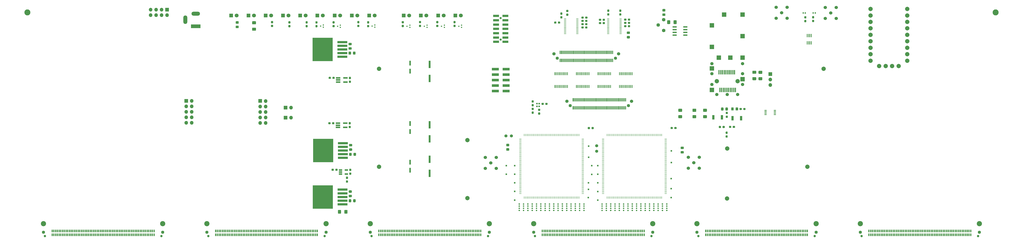
<source format=gbr>
G04 #@! TF.GenerationSoftware,KiCad,Pcbnew,5.1.10-88a1d61d58~88~ubuntu18.04.1*
G04 #@! TF.CreationDate,2021-08-13T15:43:30-04:00*
G04 #@! TF.ProjectId,readout_trenz,72656164-6f75-4745-9f74-72656e7a2e6b,rev?*
G04 #@! TF.SameCoordinates,Original*
G04 #@! TF.FileFunction,Soldermask,Top*
G04 #@! TF.FilePolarity,Negative*
%FSLAX46Y46*%
G04 Gerber Fmt 4.6, Leading zero omitted, Abs format (unit mm)*
G04 Created by KiCad (PCBNEW 5.1.10-88a1d61d58~88~ubuntu18.04.1) date 2021-08-13 15:43:30*
%MOMM*%
%LPD*%
G01*
G04 APERTURE LIST*
%ADD10R,0.650000X2.200000*%
%ADD11R,0.900000X3.400000*%
%ADD12R,4.400000X1.800000*%
%ADD13O,4.000000X1.800000*%
%ADD14O,1.800000X4.000000*%
%ADD15O,1.700000X1.700000*%
%ADD16R,1.700000X1.700000*%
%ADD17R,3.175000X1.270000*%
%ADD18R,0.650000X0.750000*%
%ADD19R,0.600000X0.500000*%
%ADD20R,1.000000X2.000000*%
%ADD21R,1.100000X0.400000*%
%ADD22C,2.000000*%
%ADD23C,1.400000*%
%ADD24C,2.794000*%
%ADD25R,0.762000X0.762000*%
%ADD26R,0.500000X2.000000*%
%ADD27R,2.000000X2.000000*%
%ADD28C,1.500000*%
%ADD29R,2.750000X1.000000*%
%ADD30C,1.000000*%
%ADD31R,0.300000X1.500000*%
%ADD32C,1.450000*%
%ADD33C,1.620000*%
%ADD34R,1.000000X0.280000*%
%ADD35R,0.280000X1.000000*%
%ADD36R,2.000000X0.650000*%
%ADD37C,1.800000*%
%ADD38R,1.800000X1.800000*%
%ADD39C,1.100000*%
%ADD40C,2.410000*%
%ADD41R,0.500000X1.250000*%
%ADD42C,1.524000*%
%ADD43R,1.560000X0.650000*%
%ADD44R,4.600000X1.100000*%
%ADD45R,9.400000X10.800000*%
%ADD46R,1.100000X0.285000*%
%ADD47R,0.300000X1.600000*%
%ADD48R,0.450000X1.450000*%
G04 APERTURE END LIST*
D10*
X283000000Y-127150000D03*
X283000000Y-130850000D03*
D11*
X292000000Y-127750000D03*
X292000000Y-134250000D03*
X292000000Y-171750000D03*
X292000000Y-178250000D03*
X292000000Y-162250000D03*
X292000000Y-155750000D03*
D10*
X283000000Y-173150000D03*
X283000000Y-176850000D03*
X283000000Y-158850000D03*
X283000000Y-155150000D03*
D12*
X183560000Y-110000000D03*
D13*
X183560000Y-104200000D03*
D14*
X178760000Y-107000000D03*
D15*
X215981600Y-144705400D03*
X213441600Y-149785400D03*
X215981600Y-152325400D03*
X213441600Y-147245400D03*
X213441600Y-152325400D03*
X215981600Y-147245400D03*
X215981600Y-154865400D03*
D16*
X213441600Y-144690000D03*
D15*
X215981600Y-149785400D03*
X213441600Y-154865400D03*
X181692200Y-144692400D03*
X179152200Y-149772400D03*
X181692200Y-152312400D03*
X179152200Y-147232400D03*
X179152200Y-152312400D03*
X181692200Y-147232400D03*
X181692200Y-154852400D03*
D16*
X179152200Y-144690000D03*
D15*
X181692200Y-149772400D03*
X179152200Y-154850000D03*
D17*
X322475000Y-129920000D03*
X322475000Y-132460000D03*
X327525000Y-137540000D03*
X327525000Y-135000000D03*
X327525000Y-129920000D03*
X327525000Y-132460000D03*
X327525000Y-140080000D03*
X322475000Y-140080000D03*
X322475000Y-137540000D03*
X322475000Y-135000000D03*
D18*
X342830000Y-147230000D03*
X342830000Y-145930000D03*
X341830000Y-145930000D03*
X341830000Y-147230000D03*
D19*
X281550000Y-110000000D03*
X282850000Y-109500000D03*
X282850000Y-110500000D03*
X289550000Y-110000000D03*
X290850000Y-109500000D03*
X290850000Y-110500000D03*
X297550000Y-110000000D03*
X298850000Y-109500000D03*
X298850000Y-110500000D03*
X305550000Y-110000000D03*
X306850000Y-109500000D03*
X306850000Y-110500000D03*
X241445000Y-109960000D03*
X242745000Y-109460000D03*
X242745000Y-110460000D03*
X249345000Y-110010000D03*
X250645000Y-109510000D03*
X250645000Y-110510000D03*
X265370000Y-109960000D03*
X266670000Y-109460000D03*
X266670000Y-110460000D03*
D20*
X423570000Y-152320000D03*
X427570000Y-152320000D03*
X436450000Y-152670000D03*
X432450000Y-152670000D03*
D21*
X452150000Y-149025000D03*
X452150000Y-149675000D03*
X452150000Y-150325000D03*
X452150000Y-150975000D03*
X447850000Y-150975000D03*
X447850000Y-150325000D03*
X447850000Y-149675000D03*
X447850000Y-149025000D03*
D22*
X513500000Y-102000000D03*
X513500000Y-114000000D03*
X513500000Y-111000000D03*
X513500000Y-123000000D03*
X513500000Y-108000000D03*
X513500000Y-105000000D03*
X513500000Y-117000000D03*
X513500000Y-120000000D03*
X513500000Y-126000000D03*
X496500000Y-114000000D03*
X496500000Y-102000000D03*
X496500000Y-108000000D03*
X496500000Y-105000000D03*
X496500000Y-111000000D03*
X496500000Y-123000000D03*
X496500000Y-117000000D03*
X496500000Y-126000000D03*
X496500000Y-120000000D03*
X500500000Y-128500000D03*
X509500000Y-128500000D03*
X506500000Y-128500000D03*
X503500000Y-128500000D03*
G36*
G01*
X342592500Y-150010000D02*
X343067500Y-150010000D01*
G75*
G02*
X343305000Y-150247500I0J-237500D01*
G01*
X343305000Y-150822500D01*
G75*
G02*
X343067500Y-151060000I-237500J0D01*
G01*
X342592500Y-151060000D01*
G75*
G02*
X342355000Y-150822500I0J237500D01*
G01*
X342355000Y-150247500D01*
G75*
G02*
X342592500Y-150010000I237500J0D01*
G01*
G37*
G36*
G01*
X342592500Y-148260000D02*
X343067500Y-148260000D01*
G75*
G02*
X343305000Y-148497500I0J-237500D01*
G01*
X343305000Y-149072500D01*
G75*
G02*
X343067500Y-149310000I-237500J0D01*
G01*
X342592500Y-149310000D01*
G75*
G02*
X342355000Y-149072500I0J237500D01*
G01*
X342355000Y-148497500D01*
G75*
G02*
X342592500Y-148260000I237500J0D01*
G01*
G37*
G36*
G01*
X344970000Y-145792500D02*
X344970000Y-146267500D01*
G75*
G02*
X344732500Y-146505000I-237500J0D01*
G01*
X344157500Y-146505000D01*
G75*
G02*
X343920000Y-146267500I0J237500D01*
G01*
X343920000Y-145792500D01*
G75*
G02*
X344157500Y-145555000I237500J0D01*
G01*
X344732500Y-145555000D01*
G75*
G02*
X344970000Y-145792500I0J-237500D01*
G01*
G37*
G36*
G01*
X346720000Y-145792500D02*
X346720000Y-146267500D01*
G75*
G02*
X346482500Y-146505000I-237500J0D01*
G01*
X345907500Y-146505000D01*
G75*
G02*
X345670000Y-146267500I0J237500D01*
G01*
X345670000Y-145792500D01*
G75*
G02*
X345907500Y-145555000I237500J0D01*
G01*
X346482500Y-145555000D01*
G75*
G02*
X346720000Y-145792500I0J-237500D01*
G01*
G37*
G36*
G01*
X339592500Y-149590000D02*
X340067500Y-149590000D01*
G75*
G02*
X340305000Y-149827500I0J-237500D01*
G01*
X340305000Y-150402500D01*
G75*
G02*
X340067500Y-150640000I-237500J0D01*
G01*
X339592500Y-150640000D01*
G75*
G02*
X339355000Y-150402500I0J237500D01*
G01*
X339355000Y-149827500D01*
G75*
G02*
X339592500Y-149590000I237500J0D01*
G01*
G37*
G36*
G01*
X339592500Y-147840000D02*
X340067500Y-147840000D01*
G75*
G02*
X340305000Y-148077500I0J-237500D01*
G01*
X340305000Y-148652500D01*
G75*
G02*
X340067500Y-148890000I-237500J0D01*
G01*
X339592500Y-148890000D01*
G75*
G02*
X339355000Y-148652500I0J237500D01*
G01*
X339355000Y-148077500D01*
G75*
G02*
X339592500Y-147840000I237500J0D01*
G01*
G37*
G36*
G01*
X339592500Y-146140000D02*
X340067500Y-146140000D01*
G75*
G02*
X340305000Y-146377500I0J-237500D01*
G01*
X340305000Y-146952500D01*
G75*
G02*
X340067500Y-147190000I-237500J0D01*
G01*
X339592500Y-147190000D01*
G75*
G02*
X339355000Y-146952500I0J237500D01*
G01*
X339355000Y-146377500D01*
G75*
G02*
X339592500Y-146140000I237500J0D01*
G01*
G37*
G36*
G01*
X339592500Y-144390000D02*
X340067500Y-144390000D01*
G75*
G02*
X340305000Y-144627500I0J-237500D01*
G01*
X340305000Y-145202500D01*
G75*
G02*
X340067500Y-145440000I-237500J0D01*
G01*
X339592500Y-145440000D01*
G75*
G02*
X339355000Y-145202500I0J237500D01*
G01*
X339355000Y-144627500D01*
G75*
G02*
X339592500Y-144390000I237500J0D01*
G01*
G37*
G36*
G01*
X420345000Y-149725000D02*
X419095000Y-149725000D01*
G75*
G02*
X418845000Y-149475000I0J250000D01*
G01*
X418845000Y-148550000D01*
G75*
G02*
X419095000Y-148300000I250000J0D01*
G01*
X420345000Y-148300000D01*
G75*
G02*
X420595000Y-148550000I0J-250000D01*
G01*
X420595000Y-149475000D01*
G75*
G02*
X420345000Y-149725000I-250000J0D01*
G01*
G37*
G36*
G01*
X420345000Y-152700000D02*
X419095000Y-152700000D01*
G75*
G02*
X418845000Y-152450000I0J250000D01*
G01*
X418845000Y-151525000D01*
G75*
G02*
X419095000Y-151275000I250000J0D01*
G01*
X420345000Y-151275000D01*
G75*
G02*
X420595000Y-151525000I0J-250000D01*
G01*
X420595000Y-152450000D01*
G75*
G02*
X420345000Y-152700000I-250000J0D01*
G01*
G37*
G36*
G01*
X415415000Y-149725000D02*
X414165000Y-149725000D01*
G75*
G02*
X413915000Y-149475000I0J250000D01*
G01*
X413915000Y-148550000D01*
G75*
G02*
X414165000Y-148300000I250000J0D01*
G01*
X415415000Y-148300000D01*
G75*
G02*
X415665000Y-148550000I0J-250000D01*
G01*
X415665000Y-149475000D01*
G75*
G02*
X415415000Y-149725000I-250000J0D01*
G01*
G37*
G36*
G01*
X415415000Y-152700000D02*
X414165000Y-152700000D01*
G75*
G02*
X413915000Y-152450000I0J250000D01*
G01*
X413915000Y-151525000D01*
G75*
G02*
X414165000Y-151275000I250000J0D01*
G01*
X415415000Y-151275000D01*
G75*
G02*
X415665000Y-151525000I0J-250000D01*
G01*
X415665000Y-152450000D01*
G75*
G02*
X415415000Y-152700000I-250000J0D01*
G01*
G37*
G36*
G01*
X408865000Y-149725000D02*
X407615000Y-149725000D01*
G75*
G02*
X407365000Y-149475000I0J250000D01*
G01*
X407365000Y-148550000D01*
G75*
G02*
X407615000Y-148300000I250000J0D01*
G01*
X408865000Y-148300000D01*
G75*
G02*
X409115000Y-148550000I0J-250000D01*
G01*
X409115000Y-149475000D01*
G75*
G02*
X408865000Y-149725000I-250000J0D01*
G01*
G37*
G36*
G01*
X408865000Y-152700000D02*
X407615000Y-152700000D01*
G75*
G02*
X407365000Y-152450000I0J250000D01*
G01*
X407365000Y-151525000D01*
G75*
G02*
X407615000Y-151275000I250000J0D01*
G01*
X408865000Y-151275000D01*
G75*
G02*
X409115000Y-151525000I0J-250000D01*
G01*
X409115000Y-152450000D01*
G75*
G02*
X408865000Y-152700000I-250000J0D01*
G01*
G37*
D15*
X450000000Y-137310000D03*
X450000000Y-134770000D03*
D16*
X450000000Y-132230000D03*
D23*
X327460000Y-160900000D03*
X330000000Y-160900000D03*
X369500000Y-168040000D03*
X369500000Y-165500000D03*
D22*
X467230000Y-175200000D03*
X474760000Y-129750000D03*
X429990000Y-190000000D03*
X430010000Y-166740000D03*
X309520000Y-189780000D03*
X309550000Y-162860000D03*
X268610000Y-175230000D03*
X268590000Y-129750000D03*
G36*
G01*
X363470000Y-110342500D02*
X363470000Y-110817500D01*
G75*
G02*
X363232500Y-111055000I-237500J0D01*
G01*
X362657500Y-111055000D01*
G75*
G02*
X362420000Y-110817500I0J237500D01*
G01*
X362420000Y-110342500D01*
G75*
G02*
X362657500Y-110105000I237500J0D01*
G01*
X363232500Y-110105000D01*
G75*
G02*
X363470000Y-110342500I0J-237500D01*
G01*
G37*
G36*
G01*
X365220000Y-110342500D02*
X365220000Y-110817500D01*
G75*
G02*
X364982500Y-111055000I-237500J0D01*
G01*
X364407500Y-111055000D01*
G75*
G02*
X364170000Y-110817500I0J237500D01*
G01*
X364170000Y-110342500D01*
G75*
G02*
X364407500Y-110105000I237500J0D01*
G01*
X364982500Y-110105000D01*
G75*
G02*
X365220000Y-110342500I0J-237500D01*
G01*
G37*
G36*
G01*
X383270000Y-109752500D02*
X383270000Y-110227500D01*
G75*
G02*
X383032500Y-110465000I-237500J0D01*
G01*
X382457500Y-110465000D01*
G75*
G02*
X382220000Y-110227500I0J237500D01*
G01*
X382220000Y-109752500D01*
G75*
G02*
X382457500Y-109515000I237500J0D01*
G01*
X383032500Y-109515000D01*
G75*
G02*
X383270000Y-109752500I0J-237500D01*
G01*
G37*
G36*
G01*
X385020000Y-109752500D02*
X385020000Y-110227500D01*
G75*
G02*
X384782500Y-110465000I-237500J0D01*
G01*
X384207500Y-110465000D01*
G75*
G02*
X383970000Y-110227500I0J237500D01*
G01*
X383970000Y-109752500D01*
G75*
G02*
X384207500Y-109515000I237500J0D01*
G01*
X384782500Y-109515000D01*
G75*
G02*
X385020000Y-109752500I0J-237500D01*
G01*
G37*
D24*
X554500000Y-103570000D03*
X105500000Y-103570000D03*
D25*
X365670000Y-185730000D03*
X404030000Y-185380000D03*
G36*
G01*
X279827500Y-108670000D02*
X279352500Y-108670000D01*
G75*
G02*
X279115000Y-108432500I0J237500D01*
G01*
X279115000Y-107857500D01*
G75*
G02*
X279352500Y-107620000I237500J0D01*
G01*
X279827500Y-107620000D01*
G75*
G02*
X280065000Y-107857500I0J-237500D01*
G01*
X280065000Y-108432500D01*
G75*
G02*
X279827500Y-108670000I-237500J0D01*
G01*
G37*
G36*
G01*
X279827500Y-110420000D02*
X279352500Y-110420000D01*
G75*
G02*
X279115000Y-110182500I0J237500D01*
G01*
X279115000Y-109607500D01*
G75*
G02*
X279352500Y-109370000I237500J0D01*
G01*
X279827500Y-109370000D01*
G75*
G02*
X280065000Y-109607500I0J-237500D01*
G01*
X280065000Y-110182500D01*
G75*
G02*
X279827500Y-110420000I-237500J0D01*
G01*
G37*
G36*
G01*
X287817500Y-108630000D02*
X287342500Y-108630000D01*
G75*
G02*
X287105000Y-108392500I0J237500D01*
G01*
X287105000Y-107817500D01*
G75*
G02*
X287342500Y-107580000I237500J0D01*
G01*
X287817500Y-107580000D01*
G75*
G02*
X288055000Y-107817500I0J-237500D01*
G01*
X288055000Y-108392500D01*
G75*
G02*
X287817500Y-108630000I-237500J0D01*
G01*
G37*
G36*
G01*
X287817500Y-110380000D02*
X287342500Y-110380000D01*
G75*
G02*
X287105000Y-110142500I0J237500D01*
G01*
X287105000Y-109567500D01*
G75*
G02*
X287342500Y-109330000I237500J0D01*
G01*
X287817500Y-109330000D01*
G75*
G02*
X288055000Y-109567500I0J-237500D01*
G01*
X288055000Y-110142500D01*
G75*
G02*
X287817500Y-110380000I-237500J0D01*
G01*
G37*
G36*
G01*
X295817500Y-108640000D02*
X295342500Y-108640000D01*
G75*
G02*
X295105000Y-108402500I0J237500D01*
G01*
X295105000Y-107827500D01*
G75*
G02*
X295342500Y-107590000I237500J0D01*
G01*
X295817500Y-107590000D01*
G75*
G02*
X296055000Y-107827500I0J-237500D01*
G01*
X296055000Y-108402500D01*
G75*
G02*
X295817500Y-108640000I-237500J0D01*
G01*
G37*
G36*
G01*
X295817500Y-110390000D02*
X295342500Y-110390000D01*
G75*
G02*
X295105000Y-110152500I0J237500D01*
G01*
X295105000Y-109577500D01*
G75*
G02*
X295342500Y-109340000I237500J0D01*
G01*
X295817500Y-109340000D01*
G75*
G02*
X296055000Y-109577500I0J-237500D01*
G01*
X296055000Y-110152500D01*
G75*
G02*
X295817500Y-110390000I-237500J0D01*
G01*
G37*
G36*
G01*
X303817500Y-108640000D02*
X303342500Y-108640000D01*
G75*
G02*
X303105000Y-108402500I0J237500D01*
G01*
X303105000Y-107827500D01*
G75*
G02*
X303342500Y-107590000I237500J0D01*
G01*
X303817500Y-107590000D01*
G75*
G02*
X304055000Y-107827500I0J-237500D01*
G01*
X304055000Y-108402500D01*
G75*
G02*
X303817500Y-108640000I-237500J0D01*
G01*
G37*
G36*
G01*
X303817500Y-110390000D02*
X303342500Y-110390000D01*
G75*
G02*
X303105000Y-110152500I0J237500D01*
G01*
X303105000Y-109577500D01*
G75*
G02*
X303342500Y-109340000I237500J0D01*
G01*
X303817500Y-109340000D01*
G75*
G02*
X304055000Y-109577500I0J-237500D01*
G01*
X304055000Y-110152500D01*
G75*
G02*
X303817500Y-110390000I-237500J0D01*
G01*
G37*
G36*
G01*
X259207500Y-108660000D02*
X258732500Y-108660000D01*
G75*
G02*
X258495000Y-108422500I0J237500D01*
G01*
X258495000Y-107847500D01*
G75*
G02*
X258732500Y-107610000I237500J0D01*
G01*
X259207500Y-107610000D01*
G75*
G02*
X259445000Y-107847500I0J-237500D01*
G01*
X259445000Y-108422500D01*
G75*
G02*
X259207500Y-108660000I-237500J0D01*
G01*
G37*
G36*
G01*
X259207500Y-110410000D02*
X258732500Y-110410000D01*
G75*
G02*
X258495000Y-110172500I0J237500D01*
G01*
X258495000Y-109597500D01*
G75*
G02*
X258732500Y-109360000I237500J0D01*
G01*
X259207500Y-109360000D01*
G75*
G02*
X259445000Y-109597500I0J-237500D01*
G01*
X259445000Y-110172500D01*
G75*
G02*
X259207500Y-110410000I-237500J0D01*
G01*
G37*
G36*
G01*
X219197500Y-108640000D02*
X218722500Y-108640000D01*
G75*
G02*
X218485000Y-108402500I0J237500D01*
G01*
X218485000Y-107827500D01*
G75*
G02*
X218722500Y-107590000I237500J0D01*
G01*
X219197500Y-107590000D01*
G75*
G02*
X219435000Y-107827500I0J-237500D01*
G01*
X219435000Y-108402500D01*
G75*
G02*
X219197500Y-108640000I-237500J0D01*
G01*
G37*
G36*
G01*
X219197500Y-110390000D02*
X218722500Y-110390000D01*
G75*
G02*
X218485000Y-110152500I0J237500D01*
G01*
X218485000Y-109577500D01*
G75*
G02*
X218722500Y-109340000I237500J0D01*
G01*
X219197500Y-109340000D01*
G75*
G02*
X219435000Y-109577500I0J-237500D01*
G01*
X219435000Y-110152500D01*
G75*
G02*
X219197500Y-110390000I-237500J0D01*
G01*
G37*
G36*
G01*
X235237500Y-108750000D02*
X234762500Y-108750000D01*
G75*
G02*
X234525000Y-108512500I0J237500D01*
G01*
X234525000Y-107937500D01*
G75*
G02*
X234762500Y-107700000I237500J0D01*
G01*
X235237500Y-107700000D01*
G75*
G02*
X235475000Y-107937500I0J-237500D01*
G01*
X235475000Y-108512500D01*
G75*
G02*
X235237500Y-108750000I-237500J0D01*
G01*
G37*
G36*
G01*
X235237500Y-110500000D02*
X234762500Y-110500000D01*
G75*
G02*
X234525000Y-110262500I0J237500D01*
G01*
X234525000Y-109687500D01*
G75*
G02*
X234762500Y-109450000I237500J0D01*
G01*
X235237500Y-109450000D01*
G75*
G02*
X235475000Y-109687500I0J-237500D01*
G01*
X235475000Y-110262500D01*
G75*
G02*
X235237500Y-110500000I-237500J0D01*
G01*
G37*
G36*
G01*
X465570000Y-103697500D02*
X465570000Y-104042500D01*
G75*
G02*
X465422500Y-104190000I-147500J0D01*
G01*
X465127500Y-104190000D01*
G75*
G02*
X464980000Y-104042500I0J147500D01*
G01*
X464980000Y-103697500D01*
G75*
G02*
X465127500Y-103550000I147500J0D01*
G01*
X465422500Y-103550000D01*
G75*
G02*
X465570000Y-103697500I0J-147500D01*
G01*
G37*
G36*
G01*
X466540000Y-103697500D02*
X466540000Y-104042500D01*
G75*
G02*
X466392500Y-104190000I-147500J0D01*
G01*
X466097500Y-104190000D01*
G75*
G02*
X465950000Y-104042500I0J147500D01*
G01*
X465950000Y-103697500D01*
G75*
G02*
X466097500Y-103550000I147500J0D01*
G01*
X466392500Y-103550000D01*
G75*
G02*
X466540000Y-103697500I0J-147500D01*
G01*
G37*
G36*
G01*
X470560000Y-104022500D02*
X470560000Y-103677500D01*
G75*
G02*
X470707500Y-103530000I147500J0D01*
G01*
X471002500Y-103530000D01*
G75*
G02*
X471150000Y-103677500I0J-147500D01*
G01*
X471150000Y-104022500D01*
G75*
G02*
X471002500Y-104170000I-147500J0D01*
G01*
X470707500Y-104170000D01*
G75*
G02*
X470560000Y-104022500I0J147500D01*
G01*
G37*
G36*
G01*
X469590000Y-104022500D02*
X469590000Y-103677500D01*
G75*
G02*
X469737500Y-103530000I147500J0D01*
G01*
X470032500Y-103530000D01*
G75*
G02*
X470180000Y-103677500I0J-147500D01*
G01*
X470180000Y-104022500D01*
G75*
G02*
X470032500Y-104170000I-147500J0D01*
G01*
X469737500Y-104170000D01*
G75*
G02*
X469590000Y-104022500I0J147500D01*
G01*
G37*
G36*
G01*
X443215000Y-135060000D02*
X441965000Y-135060000D01*
G75*
G02*
X441715000Y-134810000I0J250000D01*
G01*
X441715000Y-133885000D01*
G75*
G02*
X441965000Y-133635000I250000J0D01*
G01*
X443215000Y-133635000D01*
G75*
G02*
X443465000Y-133885000I0J-250000D01*
G01*
X443465000Y-134810000D01*
G75*
G02*
X443215000Y-135060000I-250000J0D01*
G01*
G37*
G36*
G01*
X443215000Y-132085000D02*
X441965000Y-132085000D01*
G75*
G02*
X441715000Y-131835000I0J250000D01*
G01*
X441715000Y-130910000D01*
G75*
G02*
X441965000Y-130660000I250000J0D01*
G01*
X443215000Y-130660000D01*
G75*
G02*
X443465000Y-130910000I0J-250000D01*
G01*
X443465000Y-131835000D01*
G75*
G02*
X443215000Y-132085000I-250000J0D01*
G01*
G37*
D26*
X433450000Y-131380000D03*
X432650000Y-131380000D03*
X431850000Y-131380000D03*
X431050000Y-131380000D03*
X430250000Y-131380000D03*
X429450000Y-131380000D03*
X428650000Y-131380000D03*
X427850000Y-131380000D03*
X427050000Y-131380000D03*
X426250000Y-131380000D03*
X426650000Y-139580000D03*
X427450000Y-139580000D03*
X428250000Y-139580000D03*
X429050000Y-139580000D03*
X429850000Y-139580000D03*
X430650000Y-139580000D03*
X431450000Y-139580000D03*
X432250000Y-139580000D03*
X433050000Y-139580000D03*
X433850000Y-139580000D03*
D22*
X425250000Y-135480000D03*
X434850000Y-135480000D03*
D27*
X437175000Y-134580000D03*
X437175000Y-124580000D03*
X437175000Y-114580000D03*
X437175000Y-104580000D03*
D28*
X430050000Y-141680000D03*
X434850000Y-141680000D03*
X425250000Y-141680000D03*
D27*
X422925000Y-139580000D03*
X422925000Y-129580000D03*
X422925000Y-119580000D03*
X422925000Y-109580000D03*
X428600000Y-104580000D03*
X426100000Y-124580000D03*
X431500000Y-124580000D03*
D28*
X422925000Y-137080000D03*
X437175000Y-137080000D03*
X437175000Y-132080000D03*
X437175000Y-127380000D03*
X422925000Y-127380000D03*
X422925000Y-132080000D03*
D29*
X327125000Y-117240000D03*
X322875000Y-115240000D03*
X322875000Y-113240000D03*
X322875000Y-117240000D03*
X327125000Y-113240000D03*
D30*
X325000000Y-106240000D03*
D29*
X322875000Y-111240000D03*
X327125000Y-115240000D03*
D30*
X325000000Y-116240000D03*
D29*
X322875000Y-105240000D03*
X322875000Y-109240000D03*
X327125000Y-109240000D03*
X327125000Y-111240000D03*
X322875000Y-107240000D03*
X327125000Y-107240000D03*
X327125000Y-105240000D03*
D31*
X362450000Y-122150000D03*
X362950000Y-122150000D03*
X363450000Y-122150000D03*
X363950000Y-122150000D03*
X364450000Y-122150000D03*
X364950000Y-122150000D03*
X365450000Y-122150000D03*
X365950000Y-122150000D03*
X366450000Y-122150000D03*
X366950000Y-122150000D03*
X367450000Y-122150000D03*
X367950000Y-122150000D03*
X368450000Y-122150000D03*
X368950000Y-122150000D03*
X369450000Y-122150000D03*
X369950000Y-122150000D03*
X370450000Y-122150000D03*
X370950000Y-122150000D03*
X371450000Y-122150000D03*
X371950000Y-122150000D03*
X372450000Y-122150000D03*
X372950000Y-122150000D03*
X373450000Y-122150000D03*
X373950000Y-122150000D03*
X374450000Y-122150000D03*
X374950000Y-122150000D03*
X375450000Y-122150000D03*
X375950000Y-122150000D03*
X376450000Y-122150000D03*
X376950000Y-122150000D03*
X352450000Y-125850000D03*
X352950000Y-125850000D03*
X353450000Y-125850000D03*
X353950000Y-125850000D03*
X354450000Y-125850000D03*
X354950000Y-125850000D03*
X355450000Y-125850000D03*
X355950000Y-125850000D03*
X356450000Y-125850000D03*
X356950000Y-125850000D03*
X357450000Y-125850000D03*
X357950000Y-125850000D03*
X358450000Y-125850000D03*
X358950000Y-125850000D03*
X359450000Y-125850000D03*
X359950000Y-125850000D03*
X360450000Y-125850000D03*
X360950000Y-125850000D03*
X361450000Y-125850000D03*
X361950000Y-125850000D03*
X362450000Y-125850000D03*
X362950000Y-125850000D03*
X363450000Y-125850000D03*
X363950000Y-125850000D03*
X364450000Y-125850000D03*
X364950000Y-125850000D03*
X365450000Y-125850000D03*
X365950000Y-125850000D03*
X366450000Y-125850000D03*
X366950000Y-125850000D03*
X367450000Y-125850000D03*
X367950000Y-125850000D03*
X368450000Y-125850000D03*
X368950000Y-125850000D03*
X369450000Y-125850000D03*
X369950000Y-125850000D03*
X370450000Y-125850000D03*
X370950000Y-125850000D03*
X371450000Y-125850000D03*
X371950000Y-125850000D03*
X372450000Y-125850000D03*
X372950000Y-125850000D03*
X373450000Y-125850000D03*
X373950000Y-125850000D03*
D28*
X379675000Y-122850000D03*
X349725000Y-122850000D03*
D32*
X378200000Y-124850000D03*
X351200000Y-124850000D03*
D31*
X352450000Y-122150000D03*
X352950000Y-122150000D03*
X353450000Y-122150000D03*
X353950000Y-122150000D03*
X354450000Y-122150000D03*
X354950000Y-122150000D03*
X355450000Y-122150000D03*
X355950000Y-122150000D03*
X356450000Y-122150000D03*
X356950000Y-122150000D03*
X357450000Y-122150000D03*
X357950000Y-122150000D03*
X358450000Y-122150000D03*
X358950000Y-122150000D03*
X359450000Y-122150000D03*
X359950000Y-122150000D03*
X360450000Y-122150000D03*
X360950000Y-122150000D03*
X361450000Y-122150000D03*
X361950000Y-122150000D03*
X374450000Y-125850000D03*
X374950000Y-125850000D03*
X375450000Y-125850000D03*
X375950000Y-125850000D03*
X376450000Y-125850000D03*
X376950000Y-125850000D03*
X363450000Y-147850000D03*
X372450000Y-147850000D03*
X381450000Y-144150000D03*
X364950000Y-147850000D03*
X378450000Y-147850000D03*
X375450000Y-147850000D03*
X377450000Y-144150000D03*
X373950000Y-144150000D03*
X367450000Y-144150000D03*
X359450000Y-144150000D03*
X366450000Y-147850000D03*
X372950000Y-147850000D03*
X358950000Y-147850000D03*
X375950000Y-147850000D03*
X376450000Y-147850000D03*
X381950000Y-144150000D03*
X377950000Y-144150000D03*
D32*
X357200000Y-146850000D03*
D31*
X363950000Y-147850000D03*
X371950000Y-147850000D03*
X378950000Y-144150000D03*
X380950000Y-144150000D03*
X362450000Y-144150000D03*
X368950000Y-144150000D03*
X374950000Y-144150000D03*
X382450000Y-144150000D03*
X375450000Y-144150000D03*
X378450000Y-144150000D03*
X378950000Y-147850000D03*
X369950000Y-144150000D03*
X372950000Y-144150000D03*
X366950000Y-147850000D03*
X361450000Y-147850000D03*
X363450000Y-144150000D03*
X370450000Y-147850000D03*
X371950000Y-144150000D03*
X360450000Y-147850000D03*
X370450000Y-144150000D03*
X374450000Y-144150000D03*
X381450000Y-147850000D03*
X380950000Y-147850000D03*
X379950000Y-147850000D03*
X382950000Y-147850000D03*
X379450000Y-144150000D03*
D32*
X384200000Y-146850000D03*
D31*
X362950000Y-144150000D03*
X382450000Y-147850000D03*
X380450000Y-147850000D03*
X358450000Y-147850000D03*
X362950000Y-147850000D03*
X364450000Y-147850000D03*
X365950000Y-144150000D03*
X381950000Y-147850000D03*
X376450000Y-144150000D03*
X376950000Y-147850000D03*
X368450000Y-144150000D03*
X360450000Y-144150000D03*
X369450000Y-147850000D03*
D28*
X355725000Y-144850000D03*
D31*
X359950000Y-144150000D03*
X366450000Y-144150000D03*
X358950000Y-144150000D03*
X371450000Y-144150000D03*
X379950000Y-144150000D03*
X374950000Y-147850000D03*
X373450000Y-144150000D03*
X361950000Y-147850000D03*
X359450000Y-147850000D03*
X367950000Y-147850000D03*
X363950000Y-144150000D03*
X365450000Y-144150000D03*
X376950000Y-144150000D03*
X368950000Y-147850000D03*
X360950000Y-144150000D03*
X367450000Y-147850000D03*
X370950000Y-147850000D03*
X373950000Y-147850000D03*
X368450000Y-147850000D03*
X362450000Y-147850000D03*
X371450000Y-147850000D03*
X372450000Y-144150000D03*
X377450000Y-147850000D03*
X365450000Y-147850000D03*
X375950000Y-144150000D03*
X380450000Y-144150000D03*
X361450000Y-144150000D03*
X364450000Y-144150000D03*
X382950000Y-144150000D03*
X358450000Y-144150000D03*
X366950000Y-144150000D03*
X361950000Y-144150000D03*
X373450000Y-147850000D03*
X369950000Y-147850000D03*
X369450000Y-144150000D03*
X364950000Y-144150000D03*
X367950000Y-144150000D03*
X379450000Y-147850000D03*
X370950000Y-144150000D03*
X374450000Y-147850000D03*
D28*
X385675000Y-144850000D03*
D31*
X359950000Y-147850000D03*
X377950000Y-147850000D03*
X360950000Y-147850000D03*
X365950000Y-147850000D03*
G36*
G01*
X406625000Y-113980000D02*
X406625000Y-114280000D01*
G75*
G02*
X406475000Y-114430000I-150000J0D01*
G01*
X404825000Y-114430000D01*
G75*
G02*
X404675000Y-114280000I0J150000D01*
G01*
X404675000Y-113980000D01*
G75*
G02*
X404825000Y-113830000I150000J0D01*
G01*
X406475000Y-113830000D01*
G75*
G02*
X406625000Y-113980000I0J-150000D01*
G01*
G37*
G36*
G01*
X406625000Y-112710000D02*
X406625000Y-113010000D01*
G75*
G02*
X406475000Y-113160000I-150000J0D01*
G01*
X404825000Y-113160000D01*
G75*
G02*
X404675000Y-113010000I0J150000D01*
G01*
X404675000Y-112710000D01*
G75*
G02*
X404825000Y-112560000I150000J0D01*
G01*
X406475000Y-112560000D01*
G75*
G02*
X406625000Y-112710000I0J-150000D01*
G01*
G37*
G36*
G01*
X406625000Y-111440000D02*
X406625000Y-111740000D01*
G75*
G02*
X406475000Y-111890000I-150000J0D01*
G01*
X404825000Y-111890000D01*
G75*
G02*
X404675000Y-111740000I0J150000D01*
G01*
X404675000Y-111440000D01*
G75*
G02*
X404825000Y-111290000I150000J0D01*
G01*
X406475000Y-111290000D01*
G75*
G02*
X406625000Y-111440000I0J-150000D01*
G01*
G37*
G36*
G01*
X406625000Y-110170000D02*
X406625000Y-110470000D01*
G75*
G02*
X406475000Y-110620000I-150000J0D01*
G01*
X404825000Y-110620000D01*
G75*
G02*
X404675000Y-110470000I0J150000D01*
G01*
X404675000Y-110170000D01*
G75*
G02*
X404825000Y-110020000I150000J0D01*
G01*
X406475000Y-110020000D01*
G75*
G02*
X406625000Y-110170000I0J-150000D01*
G01*
G37*
G36*
G01*
X411575000Y-110170000D02*
X411575000Y-110470000D01*
G75*
G02*
X411425000Y-110620000I-150000J0D01*
G01*
X409775000Y-110620000D01*
G75*
G02*
X409625000Y-110470000I0J150000D01*
G01*
X409625000Y-110170000D01*
G75*
G02*
X409775000Y-110020000I150000J0D01*
G01*
X411425000Y-110020000D01*
G75*
G02*
X411575000Y-110170000I0J-150000D01*
G01*
G37*
G36*
G01*
X411575000Y-111440000D02*
X411575000Y-111740000D01*
G75*
G02*
X411425000Y-111890000I-150000J0D01*
G01*
X409775000Y-111890000D01*
G75*
G02*
X409625000Y-111740000I0J150000D01*
G01*
X409625000Y-111440000D01*
G75*
G02*
X409775000Y-111290000I150000J0D01*
G01*
X411425000Y-111290000D01*
G75*
G02*
X411575000Y-111440000I0J-150000D01*
G01*
G37*
G36*
G01*
X411575000Y-112710000D02*
X411575000Y-113010000D01*
G75*
G02*
X411425000Y-113160000I-150000J0D01*
G01*
X409775000Y-113160000D01*
G75*
G02*
X409625000Y-113010000I0J150000D01*
G01*
X409625000Y-112710000D01*
G75*
G02*
X409775000Y-112560000I150000J0D01*
G01*
X411425000Y-112560000D01*
G75*
G02*
X411575000Y-112710000I0J-150000D01*
G01*
G37*
G36*
G01*
X411575000Y-113980000D02*
X411575000Y-114280000D01*
G75*
G02*
X411425000Y-114430000I-150000J0D01*
G01*
X409775000Y-114430000D01*
G75*
G02*
X409625000Y-114280000I0J150000D01*
G01*
X409625000Y-113980000D01*
G75*
G02*
X409775000Y-113830000I150000J0D01*
G01*
X411425000Y-113830000D01*
G75*
G02*
X411575000Y-113980000I0J-150000D01*
G01*
G37*
D33*
X400550000Y-111950000D03*
X398050000Y-109450000D03*
X400550000Y-106950000D03*
G36*
G01*
X405155000Y-108745000D02*
X405155000Y-107495000D01*
G75*
G02*
X405405000Y-107245000I250000J0D01*
G01*
X406330000Y-107245000D01*
G75*
G02*
X406580000Y-107495000I0J-250000D01*
G01*
X406580000Y-108745000D01*
G75*
G02*
X406330000Y-108995000I-250000J0D01*
G01*
X405405000Y-108995000D01*
G75*
G02*
X405155000Y-108745000I0J250000D01*
G01*
G37*
G36*
G01*
X402180000Y-108745000D02*
X402180000Y-107495000D01*
G75*
G02*
X402430000Y-107245000I250000J0D01*
G01*
X403355000Y-107245000D01*
G75*
G02*
X403605000Y-107495000I0J-250000D01*
G01*
X403605000Y-108745000D01*
G75*
G02*
X403355000Y-108995000I-250000J0D01*
G01*
X402430000Y-108995000D01*
G75*
G02*
X402180000Y-108745000I0J250000D01*
G01*
G37*
G36*
G01*
X401110001Y-103170000D02*
X400209999Y-103170000D01*
G75*
G02*
X399960000Y-102920001I0J249999D01*
G01*
X399960000Y-102269999D01*
G75*
G02*
X400209999Y-102020000I249999J0D01*
G01*
X401110001Y-102020000D01*
G75*
G02*
X401360000Y-102269999I0J-249999D01*
G01*
X401360000Y-102920001D01*
G75*
G02*
X401110001Y-103170000I-249999J0D01*
G01*
G37*
G36*
G01*
X401110001Y-105220000D02*
X400209999Y-105220000D01*
G75*
G02*
X399960000Y-104970001I0J249999D01*
G01*
X399960000Y-104319999D01*
G75*
G02*
X400209999Y-104070000I249999J0D01*
G01*
X401110001Y-104070000D01*
G75*
G02*
X401360000Y-104319999I0J-249999D01*
G01*
X401360000Y-104970001D01*
G75*
G02*
X401110001Y-105220000I-249999J0D01*
G01*
G37*
D34*
X334100000Y-187675000D03*
X334100000Y-187025000D03*
X334100000Y-186375000D03*
X334100000Y-185725000D03*
X334100000Y-185075000D03*
X334100000Y-184425000D03*
X334100000Y-183775000D03*
X334100000Y-183125000D03*
X334100000Y-182475000D03*
X334100000Y-181825000D03*
X334100000Y-181175000D03*
X334100000Y-180525000D03*
X334100000Y-179875000D03*
X334100000Y-179225000D03*
X334100000Y-178575000D03*
X334100000Y-177925000D03*
X334100000Y-177275000D03*
X334100000Y-176625000D03*
X334100000Y-175975000D03*
X334100000Y-175325000D03*
X334100000Y-174675000D03*
X334100000Y-174025000D03*
X334100000Y-173375000D03*
X334100000Y-172725000D03*
X334100000Y-172075000D03*
X334100000Y-171425000D03*
X334100000Y-170775000D03*
X334100000Y-170125000D03*
X334100000Y-169475000D03*
X334100000Y-168825000D03*
X334100000Y-168175000D03*
X334100000Y-167525000D03*
X334100000Y-166875000D03*
X334100000Y-166225000D03*
X334100000Y-165575000D03*
X334100000Y-164925000D03*
X334100000Y-164275000D03*
X334100000Y-163625000D03*
X334100000Y-162975000D03*
X334100000Y-162325000D03*
D35*
X335925000Y-160500000D03*
X336575000Y-160500000D03*
X337225000Y-160500000D03*
X337875000Y-160500000D03*
X338525000Y-160500000D03*
X339175000Y-160500000D03*
X339825000Y-160500000D03*
X340475000Y-160500000D03*
X341125000Y-160500000D03*
X341775000Y-160500000D03*
X342425000Y-160500000D03*
X343075000Y-160500000D03*
X343725000Y-160500000D03*
X344375000Y-160500000D03*
X345025000Y-160500000D03*
X345675000Y-160500000D03*
X346325000Y-160500000D03*
X346975000Y-160500000D03*
X347625000Y-160500000D03*
X348275000Y-160500000D03*
X348925000Y-160500000D03*
X349575000Y-160500000D03*
X350225000Y-160500000D03*
X350875000Y-160500000D03*
X351525000Y-160500000D03*
X352175000Y-160500000D03*
X352825000Y-160500000D03*
X353475000Y-160500000D03*
X354125000Y-160500000D03*
X354775000Y-160500000D03*
X355425000Y-160500000D03*
X356075000Y-160500000D03*
X356725000Y-160500000D03*
X357375000Y-160500000D03*
X358025000Y-160500000D03*
X358675000Y-160500000D03*
X359325000Y-160500000D03*
X359975000Y-160500000D03*
X360625000Y-160500000D03*
X361275000Y-160500000D03*
D34*
X363100000Y-162325000D03*
X363100000Y-162975000D03*
X363100000Y-163625000D03*
X363100000Y-164275000D03*
X363100000Y-164925000D03*
X363100000Y-165575000D03*
X363100000Y-166225000D03*
X363100000Y-166875000D03*
X363100000Y-167525000D03*
X363100000Y-168175000D03*
X363100000Y-168825000D03*
X363100000Y-169475000D03*
X363100000Y-170125000D03*
X363100000Y-170775000D03*
X363100000Y-171425000D03*
X363100000Y-172075000D03*
X363100000Y-172725000D03*
X363100000Y-173375000D03*
X363100000Y-174025000D03*
X363100000Y-174675000D03*
X363100000Y-175325000D03*
X363100000Y-175975000D03*
X363100000Y-176625000D03*
X363100000Y-177275000D03*
X363100000Y-177925000D03*
X363100000Y-178575000D03*
X363100000Y-179225000D03*
X363100000Y-179875000D03*
X363100000Y-180525000D03*
X363100000Y-181175000D03*
X363100000Y-181825000D03*
X363100000Y-182475000D03*
X363100000Y-183125000D03*
X363100000Y-183775000D03*
X363100000Y-184425000D03*
X363100000Y-185075000D03*
X363100000Y-185725000D03*
X363100000Y-186375000D03*
X363100000Y-187025000D03*
X363100000Y-187675000D03*
D35*
X361275000Y-189500000D03*
X360625000Y-189500000D03*
X359975000Y-189500000D03*
X359325000Y-189500000D03*
X358675000Y-189500000D03*
X358025000Y-189500000D03*
X357375000Y-189500000D03*
X356725000Y-189500000D03*
X356075000Y-189500000D03*
X355425000Y-189500000D03*
X354775000Y-189500000D03*
X354125000Y-189500000D03*
X353475000Y-189500000D03*
X352825000Y-189500000D03*
X352175000Y-189500000D03*
X351525000Y-189500000D03*
X350875000Y-189500000D03*
X350225000Y-189500000D03*
X349575000Y-189500000D03*
X348925000Y-189500000D03*
X348275000Y-189500000D03*
X347625000Y-189500000D03*
X346975000Y-189500000D03*
X346325000Y-189500000D03*
X345675000Y-189500000D03*
X345025000Y-189500000D03*
X344375000Y-189500000D03*
X343725000Y-189500000D03*
X343075000Y-189500000D03*
X342425000Y-189500000D03*
X341775000Y-189500000D03*
X341125000Y-189500000D03*
X340475000Y-189500000D03*
X339825000Y-189500000D03*
X339175000Y-189500000D03*
X338525000Y-189500000D03*
X337875000Y-189500000D03*
X337225000Y-189500000D03*
X336575000Y-189500000D03*
X335925000Y-189500000D03*
D36*
X252935000Y-155025000D03*
X252935000Y-156925000D03*
X249515000Y-156925000D03*
X249515000Y-155975000D03*
X249515000Y-155025000D03*
G36*
G01*
X239782500Y-108760000D02*
X239307500Y-108760000D01*
G75*
G02*
X239070000Y-108522500I0J237500D01*
G01*
X239070000Y-107947500D01*
G75*
G02*
X239307500Y-107710000I237500J0D01*
G01*
X239782500Y-107710000D01*
G75*
G02*
X240020000Y-107947500I0J-237500D01*
G01*
X240020000Y-108522500D01*
G75*
G02*
X239782500Y-108760000I-237500J0D01*
G01*
G37*
G36*
G01*
X239782500Y-110510000D02*
X239307500Y-110510000D01*
G75*
G02*
X239070000Y-110272500I0J237500D01*
G01*
X239070000Y-109697500D01*
G75*
G02*
X239307500Y-109460000I237500J0D01*
G01*
X239782500Y-109460000D01*
G75*
G02*
X240020000Y-109697500I0J-237500D01*
G01*
X240020000Y-110272500D01*
G75*
G02*
X239782500Y-110510000I-237500J0D01*
G01*
G37*
D37*
X242540000Y-105000000D03*
D38*
X240000000Y-105000000D03*
G36*
G01*
X254737500Y-156250000D02*
X255212500Y-156250000D01*
G75*
G02*
X255450000Y-156487500I0J-237500D01*
G01*
X255450000Y-157062500D01*
G75*
G02*
X255212500Y-157300000I-237500J0D01*
G01*
X254737500Y-157300000D01*
G75*
G02*
X254500000Y-157062500I0J237500D01*
G01*
X254500000Y-156487500D01*
G75*
G02*
X254737500Y-156250000I237500J0D01*
G01*
G37*
G36*
G01*
X254737500Y-154500000D02*
X255212500Y-154500000D01*
G75*
G02*
X255450000Y-154737500I0J-237500D01*
G01*
X255450000Y-155312500D01*
G75*
G02*
X255212500Y-155550000I-237500J0D01*
G01*
X254737500Y-155550000D01*
G75*
G02*
X254500000Y-155312500I0J237500D01*
G01*
X254500000Y-154737500D01*
G75*
G02*
X254737500Y-154500000I237500J0D01*
G01*
G37*
G36*
G01*
X246100000Y-154787500D02*
X246100000Y-155262500D01*
G75*
G02*
X245862500Y-155500000I-237500J0D01*
G01*
X245287500Y-155500000D01*
G75*
G02*
X245050000Y-155262500I0J237500D01*
G01*
X245050000Y-154787500D01*
G75*
G02*
X245287500Y-154550000I237500J0D01*
G01*
X245862500Y-154550000D01*
G75*
G02*
X246100000Y-154787500I0J-237500D01*
G01*
G37*
G36*
G01*
X247850000Y-154787500D02*
X247850000Y-155262500D01*
G75*
G02*
X247612500Y-155500000I-237500J0D01*
G01*
X247037500Y-155500000D01*
G75*
G02*
X246800000Y-155262500I0J237500D01*
G01*
X246800000Y-154787500D01*
G75*
G02*
X247037500Y-154550000I237500J0D01*
G01*
X247612500Y-154550000D01*
G75*
G02*
X247850000Y-154787500I0J-237500D01*
G01*
G37*
D15*
X162680000Y-104840000D03*
X162680000Y-102300000D03*
X165220000Y-104840000D03*
X165220000Y-102300000D03*
X167760000Y-104840000D03*
X167760000Y-102300000D03*
X170300000Y-104840000D03*
D16*
X170300000Y-102300000D03*
G36*
G01*
X333427500Y-192220000D02*
X333772500Y-192220000D01*
G75*
G02*
X333920000Y-192367500I0J-147500D01*
G01*
X333920000Y-192662500D01*
G75*
G02*
X333772500Y-192810000I-147500J0D01*
G01*
X333427500Y-192810000D01*
G75*
G02*
X333280000Y-192662500I0J147500D01*
G01*
X333280000Y-192367500D01*
G75*
G02*
X333427500Y-192220000I147500J0D01*
G01*
G37*
G36*
G01*
X333427500Y-193190000D02*
X333772500Y-193190000D01*
G75*
G02*
X333920000Y-193337500I0J-147500D01*
G01*
X333920000Y-193632500D01*
G75*
G02*
X333772500Y-193780000I-147500J0D01*
G01*
X333427500Y-193780000D01*
G75*
G02*
X333280000Y-193632500I0J147500D01*
G01*
X333280000Y-193337500D01*
G75*
G02*
X333427500Y-193190000I147500J0D01*
G01*
G37*
G36*
G01*
X335427500Y-193190000D02*
X335772500Y-193190000D01*
G75*
G02*
X335920000Y-193337500I0J-147500D01*
G01*
X335920000Y-193632500D01*
G75*
G02*
X335772500Y-193780000I-147500J0D01*
G01*
X335427500Y-193780000D01*
G75*
G02*
X335280000Y-193632500I0J147500D01*
G01*
X335280000Y-193337500D01*
G75*
G02*
X335427500Y-193190000I147500J0D01*
G01*
G37*
G36*
G01*
X335427500Y-192220000D02*
X335772500Y-192220000D01*
G75*
G02*
X335920000Y-192367500I0J-147500D01*
G01*
X335920000Y-192662500D01*
G75*
G02*
X335772500Y-192810000I-147500J0D01*
G01*
X335427500Y-192810000D01*
G75*
G02*
X335280000Y-192662500I0J147500D01*
G01*
X335280000Y-192367500D01*
G75*
G02*
X335427500Y-192220000I147500J0D01*
G01*
G37*
G36*
G01*
X337427500Y-193190000D02*
X337772500Y-193190000D01*
G75*
G02*
X337920000Y-193337500I0J-147500D01*
G01*
X337920000Y-193632500D01*
G75*
G02*
X337772500Y-193780000I-147500J0D01*
G01*
X337427500Y-193780000D01*
G75*
G02*
X337280000Y-193632500I0J147500D01*
G01*
X337280000Y-193337500D01*
G75*
G02*
X337427500Y-193190000I147500J0D01*
G01*
G37*
G36*
G01*
X337427500Y-192220000D02*
X337772500Y-192220000D01*
G75*
G02*
X337920000Y-192367500I0J-147500D01*
G01*
X337920000Y-192662500D01*
G75*
G02*
X337772500Y-192810000I-147500J0D01*
G01*
X337427500Y-192810000D01*
G75*
G02*
X337280000Y-192662500I0J147500D01*
G01*
X337280000Y-192367500D01*
G75*
G02*
X337427500Y-192220000I147500J0D01*
G01*
G37*
D39*
X394875000Y-207380000D03*
D40*
X395500000Y-201600000D03*
D39*
X340875000Y-207380000D03*
D40*
X340250000Y-201600000D03*
D41*
X391475000Y-206785000D03*
X391475000Y-205035000D03*
X390675000Y-206785000D03*
X390675000Y-205035000D03*
X389875000Y-206785000D03*
X389875000Y-205035000D03*
X389075000Y-206785000D03*
X389075000Y-205035000D03*
X388275000Y-206785000D03*
X388275000Y-205035000D03*
X387475000Y-206785000D03*
X387475000Y-205035000D03*
X386675000Y-206785000D03*
X386675000Y-205035000D03*
X385875000Y-206785000D03*
X385875000Y-205035000D03*
X385075000Y-206785000D03*
X385075000Y-205035000D03*
X384275000Y-206785000D03*
X384275000Y-205035000D03*
X383475000Y-206785000D03*
X383475000Y-205035000D03*
X382675000Y-206785000D03*
X382675000Y-205035000D03*
X381875000Y-206785000D03*
X381875000Y-205035000D03*
X381075000Y-206785000D03*
X381075000Y-205035000D03*
X380275000Y-206785000D03*
X380275000Y-205035000D03*
X379475000Y-206785000D03*
X379475000Y-205035000D03*
X378675000Y-206785000D03*
X378675000Y-205035000D03*
X377875000Y-206785000D03*
X377875000Y-205035000D03*
X377075000Y-206785000D03*
X377075000Y-205035000D03*
X376275000Y-206785000D03*
X376275000Y-205035000D03*
X375475000Y-206785000D03*
X375475000Y-205035000D03*
X374675000Y-206785000D03*
X374675000Y-205035000D03*
X373875000Y-206785000D03*
X373875000Y-205035000D03*
X373075000Y-206785000D03*
X373075000Y-205035000D03*
X372275000Y-206785000D03*
X372275000Y-205035000D03*
X371475000Y-206785000D03*
X371475000Y-205035000D03*
X370675000Y-206785000D03*
X370675000Y-205035000D03*
X369875000Y-206785000D03*
X369875000Y-205035000D03*
X369075000Y-206785000D03*
X369075000Y-205035000D03*
X368275000Y-206785000D03*
X368275000Y-205035000D03*
X367475000Y-206785000D03*
X367475000Y-205035000D03*
X366675000Y-206785000D03*
X366675000Y-205035000D03*
X365875000Y-206785000D03*
X365875000Y-205035000D03*
X365075000Y-206785000D03*
X365075000Y-205035000D03*
X364275000Y-206785000D03*
X364275000Y-205035000D03*
X363475000Y-206785000D03*
X363475000Y-205035000D03*
X362675000Y-206785000D03*
X362675000Y-205035000D03*
X361875000Y-206785000D03*
X361875000Y-205035000D03*
X361075000Y-206785000D03*
X361075000Y-205035000D03*
X360275000Y-206785000D03*
X360275000Y-205035000D03*
X359475000Y-206785000D03*
X359475000Y-205035000D03*
X358675000Y-206785000D03*
X358675000Y-205035000D03*
X357875000Y-206785000D03*
X357875000Y-205035000D03*
X357075000Y-206785000D03*
X357075000Y-205035000D03*
X356275000Y-206785000D03*
X356275000Y-205035000D03*
X355475000Y-206785000D03*
X355475000Y-205035000D03*
X354675000Y-206785000D03*
X354675000Y-205035000D03*
X353875000Y-206785000D03*
X353875000Y-205035000D03*
X353075000Y-206785000D03*
X353075000Y-205035000D03*
X352275000Y-206785000D03*
X352275000Y-205035000D03*
X351475000Y-206785000D03*
X351475000Y-205035000D03*
X350675000Y-206785000D03*
X350675000Y-205035000D03*
X349875000Y-206785000D03*
X349875000Y-205035000D03*
X349075000Y-206785000D03*
X349075000Y-205035000D03*
X348275000Y-206785000D03*
X348275000Y-205035000D03*
X347475000Y-206785000D03*
X347475000Y-205035000D03*
X346675000Y-206785000D03*
X346675000Y-205035000D03*
X345875000Y-206785000D03*
X345875000Y-205035000D03*
X345075000Y-206785000D03*
X345075000Y-205035000D03*
X344275000Y-206785000D03*
X344275000Y-205035000D03*
D32*
X395500000Y-205600000D03*
X340250000Y-205600000D03*
G36*
G01*
X371827500Y-192220000D02*
X372172500Y-192220000D01*
G75*
G02*
X372320000Y-192367500I0J-147500D01*
G01*
X372320000Y-192662500D01*
G75*
G02*
X372172500Y-192810000I-147500J0D01*
G01*
X371827500Y-192810000D01*
G75*
G02*
X371680000Y-192662500I0J147500D01*
G01*
X371680000Y-192367500D01*
G75*
G02*
X371827500Y-192220000I147500J0D01*
G01*
G37*
G36*
G01*
X371827500Y-193190000D02*
X372172500Y-193190000D01*
G75*
G02*
X372320000Y-193337500I0J-147500D01*
G01*
X372320000Y-193632500D01*
G75*
G02*
X372172500Y-193780000I-147500J0D01*
G01*
X371827500Y-193780000D01*
G75*
G02*
X371680000Y-193632500I0J147500D01*
G01*
X371680000Y-193337500D01*
G75*
G02*
X371827500Y-193190000I147500J0D01*
G01*
G37*
G36*
G01*
X373827500Y-192220000D02*
X374172500Y-192220000D01*
G75*
G02*
X374320000Y-192367500I0J-147500D01*
G01*
X374320000Y-192662500D01*
G75*
G02*
X374172500Y-192810000I-147500J0D01*
G01*
X373827500Y-192810000D01*
G75*
G02*
X373680000Y-192662500I0J147500D01*
G01*
X373680000Y-192367500D01*
G75*
G02*
X373827500Y-192220000I147500J0D01*
G01*
G37*
G36*
G01*
X373827500Y-193190000D02*
X374172500Y-193190000D01*
G75*
G02*
X374320000Y-193337500I0J-147500D01*
G01*
X374320000Y-193632500D01*
G75*
G02*
X374172500Y-193780000I-147500J0D01*
G01*
X373827500Y-193780000D01*
G75*
G02*
X373680000Y-193632500I0J147500D01*
G01*
X373680000Y-193337500D01*
G75*
G02*
X373827500Y-193190000I147500J0D01*
G01*
G37*
G36*
G01*
X375827500Y-192220000D02*
X376172500Y-192220000D01*
G75*
G02*
X376320000Y-192367500I0J-147500D01*
G01*
X376320000Y-192662500D01*
G75*
G02*
X376172500Y-192810000I-147500J0D01*
G01*
X375827500Y-192810000D01*
G75*
G02*
X375680000Y-192662500I0J147500D01*
G01*
X375680000Y-192367500D01*
G75*
G02*
X375827500Y-192220000I147500J0D01*
G01*
G37*
G36*
G01*
X375827500Y-193190000D02*
X376172500Y-193190000D01*
G75*
G02*
X376320000Y-193337500I0J-147500D01*
G01*
X376320000Y-193632500D01*
G75*
G02*
X376172500Y-193780000I-147500J0D01*
G01*
X375827500Y-193780000D01*
G75*
G02*
X375680000Y-193632500I0J147500D01*
G01*
X375680000Y-193337500D01*
G75*
G02*
X375827500Y-193190000I147500J0D01*
G01*
G37*
G36*
G01*
X377827500Y-192220000D02*
X378172500Y-192220000D01*
G75*
G02*
X378320000Y-192367500I0J-147500D01*
G01*
X378320000Y-192662500D01*
G75*
G02*
X378172500Y-192810000I-147500J0D01*
G01*
X377827500Y-192810000D01*
G75*
G02*
X377680000Y-192662500I0J147500D01*
G01*
X377680000Y-192367500D01*
G75*
G02*
X377827500Y-192220000I147500J0D01*
G01*
G37*
G36*
G01*
X377827500Y-193190000D02*
X378172500Y-193190000D01*
G75*
G02*
X378320000Y-193337500I0J-147500D01*
G01*
X378320000Y-193632500D01*
G75*
G02*
X378172500Y-193780000I-147500J0D01*
G01*
X377827500Y-193780000D01*
G75*
G02*
X377680000Y-193632500I0J147500D01*
G01*
X377680000Y-193337500D01*
G75*
G02*
X377827500Y-193190000I147500J0D01*
G01*
G37*
G36*
G01*
X379827500Y-192220000D02*
X380172500Y-192220000D01*
G75*
G02*
X380320000Y-192367500I0J-147500D01*
G01*
X380320000Y-192662500D01*
G75*
G02*
X380172500Y-192810000I-147500J0D01*
G01*
X379827500Y-192810000D01*
G75*
G02*
X379680000Y-192662500I0J147500D01*
G01*
X379680000Y-192367500D01*
G75*
G02*
X379827500Y-192220000I147500J0D01*
G01*
G37*
G36*
G01*
X379827500Y-193190000D02*
X380172500Y-193190000D01*
G75*
G02*
X380320000Y-193337500I0J-147500D01*
G01*
X380320000Y-193632500D01*
G75*
G02*
X380172500Y-193780000I-147500J0D01*
G01*
X379827500Y-193780000D01*
G75*
G02*
X379680000Y-193632500I0J147500D01*
G01*
X379680000Y-193337500D01*
G75*
G02*
X379827500Y-193190000I147500J0D01*
G01*
G37*
G36*
G01*
X381827500Y-192220000D02*
X382172500Y-192220000D01*
G75*
G02*
X382320000Y-192367500I0J-147500D01*
G01*
X382320000Y-192662500D01*
G75*
G02*
X382172500Y-192810000I-147500J0D01*
G01*
X381827500Y-192810000D01*
G75*
G02*
X381680000Y-192662500I0J147500D01*
G01*
X381680000Y-192367500D01*
G75*
G02*
X381827500Y-192220000I147500J0D01*
G01*
G37*
G36*
G01*
X381827500Y-193190000D02*
X382172500Y-193190000D01*
G75*
G02*
X382320000Y-193337500I0J-147500D01*
G01*
X382320000Y-193632500D01*
G75*
G02*
X382172500Y-193780000I-147500J0D01*
G01*
X381827500Y-193780000D01*
G75*
G02*
X381680000Y-193632500I0J147500D01*
G01*
X381680000Y-193337500D01*
G75*
G02*
X381827500Y-193190000I147500J0D01*
G01*
G37*
G36*
G01*
X383827500Y-193190000D02*
X384172500Y-193190000D01*
G75*
G02*
X384320000Y-193337500I0J-147500D01*
G01*
X384320000Y-193632500D01*
G75*
G02*
X384172500Y-193780000I-147500J0D01*
G01*
X383827500Y-193780000D01*
G75*
G02*
X383680000Y-193632500I0J147500D01*
G01*
X383680000Y-193337500D01*
G75*
G02*
X383827500Y-193190000I147500J0D01*
G01*
G37*
G36*
G01*
X383827500Y-192220000D02*
X384172500Y-192220000D01*
G75*
G02*
X384320000Y-192367500I0J-147500D01*
G01*
X384320000Y-192662500D01*
G75*
G02*
X384172500Y-192810000I-147500J0D01*
G01*
X383827500Y-192810000D01*
G75*
G02*
X383680000Y-192662500I0J147500D01*
G01*
X383680000Y-192367500D01*
G75*
G02*
X383827500Y-192220000I147500J0D01*
G01*
G37*
G36*
G01*
X385827500Y-193190000D02*
X386172500Y-193190000D01*
G75*
G02*
X386320000Y-193337500I0J-147500D01*
G01*
X386320000Y-193632500D01*
G75*
G02*
X386172500Y-193780000I-147500J0D01*
G01*
X385827500Y-193780000D01*
G75*
G02*
X385680000Y-193632500I0J147500D01*
G01*
X385680000Y-193337500D01*
G75*
G02*
X385827500Y-193190000I147500J0D01*
G01*
G37*
G36*
G01*
X385827500Y-192220000D02*
X386172500Y-192220000D01*
G75*
G02*
X386320000Y-192367500I0J-147500D01*
G01*
X386320000Y-192662500D01*
G75*
G02*
X386172500Y-192810000I-147500J0D01*
G01*
X385827500Y-192810000D01*
G75*
G02*
X385680000Y-192662500I0J147500D01*
G01*
X385680000Y-192367500D01*
G75*
G02*
X385827500Y-192220000I147500J0D01*
G01*
G37*
G36*
G01*
X387827500Y-193190000D02*
X388172500Y-193190000D01*
G75*
G02*
X388320000Y-193337500I0J-147500D01*
G01*
X388320000Y-193632500D01*
G75*
G02*
X388172500Y-193780000I-147500J0D01*
G01*
X387827500Y-193780000D01*
G75*
G02*
X387680000Y-193632500I0J147500D01*
G01*
X387680000Y-193337500D01*
G75*
G02*
X387827500Y-193190000I147500J0D01*
G01*
G37*
G36*
G01*
X387827500Y-192220000D02*
X388172500Y-192220000D01*
G75*
G02*
X388320000Y-192367500I0J-147500D01*
G01*
X388320000Y-192662500D01*
G75*
G02*
X388172500Y-192810000I-147500J0D01*
G01*
X387827500Y-192810000D01*
G75*
G02*
X387680000Y-192662500I0J147500D01*
G01*
X387680000Y-192367500D01*
G75*
G02*
X387827500Y-192220000I147500J0D01*
G01*
G37*
G36*
G01*
X389827500Y-193190000D02*
X390172500Y-193190000D01*
G75*
G02*
X390320000Y-193337500I0J-147500D01*
G01*
X390320000Y-193632500D01*
G75*
G02*
X390172500Y-193780000I-147500J0D01*
G01*
X389827500Y-193780000D01*
G75*
G02*
X389680000Y-193632500I0J147500D01*
G01*
X389680000Y-193337500D01*
G75*
G02*
X389827500Y-193190000I147500J0D01*
G01*
G37*
G36*
G01*
X389827500Y-192220000D02*
X390172500Y-192220000D01*
G75*
G02*
X390320000Y-192367500I0J-147500D01*
G01*
X390320000Y-192662500D01*
G75*
G02*
X390172500Y-192810000I-147500J0D01*
G01*
X389827500Y-192810000D01*
G75*
G02*
X389680000Y-192662500I0J147500D01*
G01*
X389680000Y-192367500D01*
G75*
G02*
X389827500Y-192220000I147500J0D01*
G01*
G37*
G36*
G01*
X391827500Y-193190000D02*
X392172500Y-193190000D01*
G75*
G02*
X392320000Y-193337500I0J-147500D01*
G01*
X392320000Y-193632500D01*
G75*
G02*
X392172500Y-193780000I-147500J0D01*
G01*
X391827500Y-193780000D01*
G75*
G02*
X391680000Y-193632500I0J147500D01*
G01*
X391680000Y-193337500D01*
G75*
G02*
X391827500Y-193190000I147500J0D01*
G01*
G37*
G36*
G01*
X391827500Y-192220000D02*
X392172500Y-192220000D01*
G75*
G02*
X392320000Y-192367500I0J-147500D01*
G01*
X392320000Y-192662500D01*
G75*
G02*
X392172500Y-192810000I-147500J0D01*
G01*
X391827500Y-192810000D01*
G75*
G02*
X391680000Y-192662500I0J147500D01*
G01*
X391680000Y-192367500D01*
G75*
G02*
X391827500Y-192220000I147500J0D01*
G01*
G37*
G36*
G01*
X393827500Y-193190000D02*
X394172500Y-193190000D01*
G75*
G02*
X394320000Y-193337500I0J-147500D01*
G01*
X394320000Y-193632500D01*
G75*
G02*
X394172500Y-193780000I-147500J0D01*
G01*
X393827500Y-193780000D01*
G75*
G02*
X393680000Y-193632500I0J147500D01*
G01*
X393680000Y-193337500D01*
G75*
G02*
X393827500Y-193190000I147500J0D01*
G01*
G37*
G36*
G01*
X393827500Y-192220000D02*
X394172500Y-192220000D01*
G75*
G02*
X394320000Y-192367500I0J-147500D01*
G01*
X394320000Y-192662500D01*
G75*
G02*
X394172500Y-192810000I-147500J0D01*
G01*
X393827500Y-192810000D01*
G75*
G02*
X393680000Y-192662500I0J147500D01*
G01*
X393680000Y-192367500D01*
G75*
G02*
X393827500Y-192220000I147500J0D01*
G01*
G37*
G36*
G01*
X395827500Y-192220000D02*
X396172500Y-192220000D01*
G75*
G02*
X396320000Y-192367500I0J-147500D01*
G01*
X396320000Y-192662500D01*
G75*
G02*
X396172500Y-192810000I-147500J0D01*
G01*
X395827500Y-192810000D01*
G75*
G02*
X395680000Y-192662500I0J147500D01*
G01*
X395680000Y-192367500D01*
G75*
G02*
X395827500Y-192220000I147500J0D01*
G01*
G37*
G36*
G01*
X395827500Y-193190000D02*
X396172500Y-193190000D01*
G75*
G02*
X396320000Y-193337500I0J-147500D01*
G01*
X396320000Y-193632500D01*
G75*
G02*
X396172500Y-193780000I-147500J0D01*
G01*
X395827500Y-193780000D01*
G75*
G02*
X395680000Y-193632500I0J147500D01*
G01*
X395680000Y-193337500D01*
G75*
G02*
X395827500Y-193190000I147500J0D01*
G01*
G37*
G36*
G01*
X397827500Y-193190000D02*
X398172500Y-193190000D01*
G75*
G02*
X398320000Y-193337500I0J-147500D01*
G01*
X398320000Y-193632500D01*
G75*
G02*
X398172500Y-193780000I-147500J0D01*
G01*
X397827500Y-193780000D01*
G75*
G02*
X397680000Y-193632500I0J147500D01*
G01*
X397680000Y-193337500D01*
G75*
G02*
X397827500Y-193190000I147500J0D01*
G01*
G37*
G36*
G01*
X397827500Y-192220000D02*
X398172500Y-192220000D01*
G75*
G02*
X398320000Y-192367500I0J-147500D01*
G01*
X398320000Y-192662500D01*
G75*
G02*
X398172500Y-192810000I-147500J0D01*
G01*
X397827500Y-192810000D01*
G75*
G02*
X397680000Y-192662500I0J147500D01*
G01*
X397680000Y-192367500D01*
G75*
G02*
X397827500Y-192220000I147500J0D01*
G01*
G37*
G36*
G01*
X399827500Y-193190000D02*
X400172500Y-193190000D01*
G75*
G02*
X400320000Y-193337500I0J-147500D01*
G01*
X400320000Y-193632500D01*
G75*
G02*
X400172500Y-193780000I-147500J0D01*
G01*
X399827500Y-193780000D01*
G75*
G02*
X399680000Y-193632500I0J147500D01*
G01*
X399680000Y-193337500D01*
G75*
G02*
X399827500Y-193190000I147500J0D01*
G01*
G37*
G36*
G01*
X399827500Y-192220000D02*
X400172500Y-192220000D01*
G75*
G02*
X400320000Y-192367500I0J-147500D01*
G01*
X400320000Y-192662500D01*
G75*
G02*
X400172500Y-192810000I-147500J0D01*
G01*
X399827500Y-192810000D01*
G75*
G02*
X399680000Y-192662500I0J147500D01*
G01*
X399680000Y-192367500D01*
G75*
G02*
X399827500Y-192220000I147500J0D01*
G01*
G37*
G36*
G01*
X401827500Y-193190000D02*
X402172500Y-193190000D01*
G75*
G02*
X402320000Y-193337500I0J-147500D01*
G01*
X402320000Y-193632500D01*
G75*
G02*
X402172500Y-193780000I-147500J0D01*
G01*
X401827500Y-193780000D01*
G75*
G02*
X401680000Y-193632500I0J147500D01*
G01*
X401680000Y-193337500D01*
G75*
G02*
X401827500Y-193190000I147500J0D01*
G01*
G37*
G36*
G01*
X401827500Y-192220000D02*
X402172500Y-192220000D01*
G75*
G02*
X402320000Y-192367500I0J-147500D01*
G01*
X402320000Y-192662500D01*
G75*
G02*
X402172500Y-192810000I-147500J0D01*
G01*
X401827500Y-192810000D01*
G75*
G02*
X401680000Y-192662500I0J147500D01*
G01*
X401680000Y-192367500D01*
G75*
G02*
X401827500Y-192220000I147500J0D01*
G01*
G37*
G36*
G01*
X339427500Y-193190000D02*
X339772500Y-193190000D01*
G75*
G02*
X339920000Y-193337500I0J-147500D01*
G01*
X339920000Y-193632500D01*
G75*
G02*
X339772500Y-193780000I-147500J0D01*
G01*
X339427500Y-193780000D01*
G75*
G02*
X339280000Y-193632500I0J147500D01*
G01*
X339280000Y-193337500D01*
G75*
G02*
X339427500Y-193190000I147500J0D01*
G01*
G37*
G36*
G01*
X339427500Y-192220000D02*
X339772500Y-192220000D01*
G75*
G02*
X339920000Y-192367500I0J-147500D01*
G01*
X339920000Y-192662500D01*
G75*
G02*
X339772500Y-192810000I-147500J0D01*
G01*
X339427500Y-192810000D01*
G75*
G02*
X339280000Y-192662500I0J147500D01*
G01*
X339280000Y-192367500D01*
G75*
G02*
X339427500Y-192220000I147500J0D01*
G01*
G37*
G36*
G01*
X341427500Y-193190000D02*
X341772500Y-193190000D01*
G75*
G02*
X341920000Y-193337500I0J-147500D01*
G01*
X341920000Y-193632500D01*
G75*
G02*
X341772500Y-193780000I-147500J0D01*
G01*
X341427500Y-193780000D01*
G75*
G02*
X341280000Y-193632500I0J147500D01*
G01*
X341280000Y-193337500D01*
G75*
G02*
X341427500Y-193190000I147500J0D01*
G01*
G37*
G36*
G01*
X341427500Y-192220000D02*
X341772500Y-192220000D01*
G75*
G02*
X341920000Y-192367500I0J-147500D01*
G01*
X341920000Y-192662500D01*
G75*
G02*
X341772500Y-192810000I-147500J0D01*
G01*
X341427500Y-192810000D01*
G75*
G02*
X341280000Y-192662500I0J147500D01*
G01*
X341280000Y-192367500D01*
G75*
G02*
X341427500Y-192220000I147500J0D01*
G01*
G37*
G36*
G01*
X343427500Y-193190000D02*
X343772500Y-193190000D01*
G75*
G02*
X343920000Y-193337500I0J-147500D01*
G01*
X343920000Y-193632500D01*
G75*
G02*
X343772500Y-193780000I-147500J0D01*
G01*
X343427500Y-193780000D01*
G75*
G02*
X343280000Y-193632500I0J147500D01*
G01*
X343280000Y-193337500D01*
G75*
G02*
X343427500Y-193190000I147500J0D01*
G01*
G37*
G36*
G01*
X343427500Y-192220000D02*
X343772500Y-192220000D01*
G75*
G02*
X343920000Y-192367500I0J-147500D01*
G01*
X343920000Y-192662500D01*
G75*
G02*
X343772500Y-192810000I-147500J0D01*
G01*
X343427500Y-192810000D01*
G75*
G02*
X343280000Y-192662500I0J147500D01*
G01*
X343280000Y-192367500D01*
G75*
G02*
X343427500Y-192220000I147500J0D01*
G01*
G37*
G36*
G01*
X345427500Y-192220000D02*
X345772500Y-192220000D01*
G75*
G02*
X345920000Y-192367500I0J-147500D01*
G01*
X345920000Y-192662500D01*
G75*
G02*
X345772500Y-192810000I-147500J0D01*
G01*
X345427500Y-192810000D01*
G75*
G02*
X345280000Y-192662500I0J147500D01*
G01*
X345280000Y-192367500D01*
G75*
G02*
X345427500Y-192220000I147500J0D01*
G01*
G37*
G36*
G01*
X345427500Y-193190000D02*
X345772500Y-193190000D01*
G75*
G02*
X345920000Y-193337500I0J-147500D01*
G01*
X345920000Y-193632500D01*
G75*
G02*
X345772500Y-193780000I-147500J0D01*
G01*
X345427500Y-193780000D01*
G75*
G02*
X345280000Y-193632500I0J147500D01*
G01*
X345280000Y-193337500D01*
G75*
G02*
X345427500Y-193190000I147500J0D01*
G01*
G37*
G36*
G01*
X347427500Y-193190000D02*
X347772500Y-193190000D01*
G75*
G02*
X347920000Y-193337500I0J-147500D01*
G01*
X347920000Y-193632500D01*
G75*
G02*
X347772500Y-193780000I-147500J0D01*
G01*
X347427500Y-193780000D01*
G75*
G02*
X347280000Y-193632500I0J147500D01*
G01*
X347280000Y-193337500D01*
G75*
G02*
X347427500Y-193190000I147500J0D01*
G01*
G37*
G36*
G01*
X347427500Y-192220000D02*
X347772500Y-192220000D01*
G75*
G02*
X347920000Y-192367500I0J-147500D01*
G01*
X347920000Y-192662500D01*
G75*
G02*
X347772500Y-192810000I-147500J0D01*
G01*
X347427500Y-192810000D01*
G75*
G02*
X347280000Y-192662500I0J147500D01*
G01*
X347280000Y-192367500D01*
G75*
G02*
X347427500Y-192220000I147500J0D01*
G01*
G37*
G36*
G01*
X349427500Y-192220000D02*
X349772500Y-192220000D01*
G75*
G02*
X349920000Y-192367500I0J-147500D01*
G01*
X349920000Y-192662500D01*
G75*
G02*
X349772500Y-192810000I-147500J0D01*
G01*
X349427500Y-192810000D01*
G75*
G02*
X349280000Y-192662500I0J147500D01*
G01*
X349280000Y-192367500D01*
G75*
G02*
X349427500Y-192220000I147500J0D01*
G01*
G37*
G36*
G01*
X349427500Y-193190000D02*
X349772500Y-193190000D01*
G75*
G02*
X349920000Y-193337500I0J-147500D01*
G01*
X349920000Y-193632500D01*
G75*
G02*
X349772500Y-193780000I-147500J0D01*
G01*
X349427500Y-193780000D01*
G75*
G02*
X349280000Y-193632500I0J147500D01*
G01*
X349280000Y-193337500D01*
G75*
G02*
X349427500Y-193190000I147500J0D01*
G01*
G37*
G36*
G01*
X351427500Y-192220000D02*
X351772500Y-192220000D01*
G75*
G02*
X351920000Y-192367500I0J-147500D01*
G01*
X351920000Y-192662500D01*
G75*
G02*
X351772500Y-192810000I-147500J0D01*
G01*
X351427500Y-192810000D01*
G75*
G02*
X351280000Y-192662500I0J147500D01*
G01*
X351280000Y-192367500D01*
G75*
G02*
X351427500Y-192220000I147500J0D01*
G01*
G37*
G36*
G01*
X351427500Y-193190000D02*
X351772500Y-193190000D01*
G75*
G02*
X351920000Y-193337500I0J-147500D01*
G01*
X351920000Y-193632500D01*
G75*
G02*
X351772500Y-193780000I-147500J0D01*
G01*
X351427500Y-193780000D01*
G75*
G02*
X351280000Y-193632500I0J147500D01*
G01*
X351280000Y-193337500D01*
G75*
G02*
X351427500Y-193190000I147500J0D01*
G01*
G37*
G36*
G01*
X353427500Y-192220000D02*
X353772500Y-192220000D01*
G75*
G02*
X353920000Y-192367500I0J-147500D01*
G01*
X353920000Y-192662500D01*
G75*
G02*
X353772500Y-192810000I-147500J0D01*
G01*
X353427500Y-192810000D01*
G75*
G02*
X353280000Y-192662500I0J147500D01*
G01*
X353280000Y-192367500D01*
G75*
G02*
X353427500Y-192220000I147500J0D01*
G01*
G37*
G36*
G01*
X353427500Y-193190000D02*
X353772500Y-193190000D01*
G75*
G02*
X353920000Y-193337500I0J-147500D01*
G01*
X353920000Y-193632500D01*
G75*
G02*
X353772500Y-193780000I-147500J0D01*
G01*
X353427500Y-193780000D01*
G75*
G02*
X353280000Y-193632500I0J147500D01*
G01*
X353280000Y-193337500D01*
G75*
G02*
X353427500Y-193190000I147500J0D01*
G01*
G37*
G36*
G01*
X355427500Y-192220000D02*
X355772500Y-192220000D01*
G75*
G02*
X355920000Y-192367500I0J-147500D01*
G01*
X355920000Y-192662500D01*
G75*
G02*
X355772500Y-192810000I-147500J0D01*
G01*
X355427500Y-192810000D01*
G75*
G02*
X355280000Y-192662500I0J147500D01*
G01*
X355280000Y-192367500D01*
G75*
G02*
X355427500Y-192220000I147500J0D01*
G01*
G37*
G36*
G01*
X355427500Y-193190000D02*
X355772500Y-193190000D01*
G75*
G02*
X355920000Y-193337500I0J-147500D01*
G01*
X355920000Y-193632500D01*
G75*
G02*
X355772500Y-193780000I-147500J0D01*
G01*
X355427500Y-193780000D01*
G75*
G02*
X355280000Y-193632500I0J147500D01*
G01*
X355280000Y-193337500D01*
G75*
G02*
X355427500Y-193190000I147500J0D01*
G01*
G37*
G36*
G01*
X357427500Y-192220000D02*
X357772500Y-192220000D01*
G75*
G02*
X357920000Y-192367500I0J-147500D01*
G01*
X357920000Y-192662500D01*
G75*
G02*
X357772500Y-192810000I-147500J0D01*
G01*
X357427500Y-192810000D01*
G75*
G02*
X357280000Y-192662500I0J147500D01*
G01*
X357280000Y-192367500D01*
G75*
G02*
X357427500Y-192220000I147500J0D01*
G01*
G37*
G36*
G01*
X357427500Y-193190000D02*
X357772500Y-193190000D01*
G75*
G02*
X357920000Y-193337500I0J-147500D01*
G01*
X357920000Y-193632500D01*
G75*
G02*
X357772500Y-193780000I-147500J0D01*
G01*
X357427500Y-193780000D01*
G75*
G02*
X357280000Y-193632500I0J147500D01*
G01*
X357280000Y-193337500D01*
G75*
G02*
X357427500Y-193190000I147500J0D01*
G01*
G37*
G36*
G01*
X359427500Y-193190000D02*
X359772500Y-193190000D01*
G75*
G02*
X359920000Y-193337500I0J-147500D01*
G01*
X359920000Y-193632500D01*
G75*
G02*
X359772500Y-193780000I-147500J0D01*
G01*
X359427500Y-193780000D01*
G75*
G02*
X359280000Y-193632500I0J147500D01*
G01*
X359280000Y-193337500D01*
G75*
G02*
X359427500Y-193190000I147500J0D01*
G01*
G37*
G36*
G01*
X359427500Y-192220000D02*
X359772500Y-192220000D01*
G75*
G02*
X359920000Y-192367500I0J-147500D01*
G01*
X359920000Y-192662500D01*
G75*
G02*
X359772500Y-192810000I-147500J0D01*
G01*
X359427500Y-192810000D01*
G75*
G02*
X359280000Y-192662500I0J147500D01*
G01*
X359280000Y-192367500D01*
G75*
G02*
X359427500Y-192220000I147500J0D01*
G01*
G37*
G36*
G01*
X361427500Y-192220000D02*
X361772500Y-192220000D01*
G75*
G02*
X361920000Y-192367500I0J-147500D01*
G01*
X361920000Y-192662500D01*
G75*
G02*
X361772500Y-192810000I-147500J0D01*
G01*
X361427500Y-192810000D01*
G75*
G02*
X361280000Y-192662500I0J147500D01*
G01*
X361280000Y-192367500D01*
G75*
G02*
X361427500Y-192220000I147500J0D01*
G01*
G37*
G36*
G01*
X361427500Y-193190000D02*
X361772500Y-193190000D01*
G75*
G02*
X361920000Y-193337500I0J-147500D01*
G01*
X361920000Y-193632500D01*
G75*
G02*
X361772500Y-193780000I-147500J0D01*
G01*
X361427500Y-193780000D01*
G75*
G02*
X361280000Y-193632500I0J147500D01*
G01*
X361280000Y-193337500D01*
G75*
G02*
X361427500Y-193190000I147500J0D01*
G01*
G37*
G36*
G01*
X363427500Y-192220000D02*
X363772500Y-192220000D01*
G75*
G02*
X363920000Y-192367500I0J-147500D01*
G01*
X363920000Y-192662500D01*
G75*
G02*
X363772500Y-192810000I-147500J0D01*
G01*
X363427500Y-192810000D01*
G75*
G02*
X363280000Y-192662500I0J147500D01*
G01*
X363280000Y-192367500D01*
G75*
G02*
X363427500Y-192220000I147500J0D01*
G01*
G37*
G36*
G01*
X363427500Y-193190000D02*
X363772500Y-193190000D01*
G75*
G02*
X363920000Y-193337500I0J-147500D01*
G01*
X363920000Y-193632500D01*
G75*
G02*
X363772500Y-193780000I-147500J0D01*
G01*
X363427500Y-193780000D01*
G75*
G02*
X363280000Y-193632500I0J147500D01*
G01*
X363280000Y-193337500D01*
G75*
G02*
X363427500Y-193190000I147500J0D01*
G01*
G37*
G36*
G01*
X247600000Y-176387500D02*
X247600000Y-176862500D01*
G75*
G02*
X247362500Y-177100000I-237500J0D01*
G01*
X246787500Y-177100000D01*
G75*
G02*
X246550000Y-176862500I0J237500D01*
G01*
X246550000Y-176387500D01*
G75*
G02*
X246787500Y-176150000I237500J0D01*
G01*
X247362500Y-176150000D01*
G75*
G02*
X247600000Y-176387500I0J-237500D01*
G01*
G37*
G36*
G01*
X249350000Y-176387500D02*
X249350000Y-176862500D01*
G75*
G02*
X249112500Y-177100000I-237500J0D01*
G01*
X248537500Y-177100000D01*
G75*
G02*
X248300000Y-176862500I0J237500D01*
G01*
X248300000Y-176387500D01*
G75*
G02*
X248537500Y-176150000I237500J0D01*
G01*
X249112500Y-176150000D01*
G75*
G02*
X249350000Y-176387500I0J-237500D01*
G01*
G37*
G36*
G01*
X253462500Y-179825000D02*
X253937500Y-179825000D01*
G75*
G02*
X254175000Y-180062500I0J-237500D01*
G01*
X254175000Y-180637500D01*
G75*
G02*
X253937500Y-180875000I-237500J0D01*
G01*
X253462500Y-180875000D01*
G75*
G02*
X253225000Y-180637500I0J237500D01*
G01*
X253225000Y-180062500D01*
G75*
G02*
X253462500Y-179825000I237500J0D01*
G01*
G37*
G36*
G01*
X253462500Y-181575000D02*
X253937500Y-181575000D01*
G75*
G02*
X254175000Y-181812500I0J-237500D01*
G01*
X254175000Y-182387500D01*
G75*
G02*
X253937500Y-182625000I-237500J0D01*
G01*
X253462500Y-182625000D01*
G75*
G02*
X253225000Y-182387500I0J237500D01*
G01*
X253225000Y-181812500D01*
G75*
G02*
X253462500Y-181575000I237500J0D01*
G01*
G37*
G36*
G01*
X254987500Y-177900000D02*
X255462500Y-177900000D01*
G75*
G02*
X255700000Y-178137500I0J-237500D01*
G01*
X255700000Y-178712500D01*
G75*
G02*
X255462500Y-178950000I-237500J0D01*
G01*
X254987500Y-178950000D01*
G75*
G02*
X254750000Y-178712500I0J237500D01*
G01*
X254750000Y-178137500D01*
G75*
G02*
X254987500Y-177900000I237500J0D01*
G01*
G37*
G36*
G01*
X254987500Y-176150000D02*
X255462500Y-176150000D01*
G75*
G02*
X255700000Y-176387500I0J-237500D01*
G01*
X255700000Y-176962500D01*
G75*
G02*
X255462500Y-177200000I-237500J0D01*
G01*
X254987500Y-177200000D01*
G75*
G02*
X254750000Y-176962500I0J237500D01*
G01*
X254750000Y-176387500D01*
G75*
G02*
X254987500Y-176150000I237500J0D01*
G01*
G37*
G36*
G01*
X246250000Y-133737500D02*
X246250000Y-134212500D01*
G75*
G02*
X246012500Y-134450000I-237500J0D01*
G01*
X245437500Y-134450000D01*
G75*
G02*
X245200000Y-134212500I0J237500D01*
G01*
X245200000Y-133737500D01*
G75*
G02*
X245437500Y-133500000I237500J0D01*
G01*
X246012500Y-133500000D01*
G75*
G02*
X246250000Y-133737500I0J-237500D01*
G01*
G37*
G36*
G01*
X248000000Y-133737500D02*
X248000000Y-134212500D01*
G75*
G02*
X247762500Y-134450000I-237500J0D01*
G01*
X247187500Y-134450000D01*
G75*
G02*
X246950000Y-134212500I0J237500D01*
G01*
X246950000Y-133737500D01*
G75*
G02*
X247187500Y-133500000I237500J0D01*
G01*
X247762500Y-133500000D01*
G75*
G02*
X248000000Y-133737500I0J-237500D01*
G01*
G37*
G36*
G01*
X254700000Y-169900001D02*
X254700000Y-168999999D01*
G75*
G02*
X254949999Y-168750000I249999J0D01*
G01*
X255600001Y-168750000D01*
G75*
G02*
X255850000Y-168999999I0J-249999D01*
G01*
X255850000Y-169900001D01*
G75*
G02*
X255600001Y-170150000I-249999J0D01*
G01*
X254949999Y-170150000D01*
G75*
G02*
X254700000Y-169900001I0J249999D01*
G01*
G37*
G36*
G01*
X256750000Y-169900001D02*
X256750000Y-168999999D01*
G75*
G02*
X256999999Y-168750000I249999J0D01*
G01*
X257650001Y-168750000D01*
G75*
G02*
X257900000Y-168999999I0J-249999D01*
G01*
X257900000Y-169900001D01*
G75*
G02*
X257650001Y-170150000I-249999J0D01*
G01*
X256999999Y-170150000D01*
G75*
G02*
X256750000Y-169900001I0J249999D01*
G01*
G37*
G36*
G01*
X254525000Y-191450001D02*
X254525000Y-190549999D01*
G75*
G02*
X254774999Y-190300000I249999J0D01*
G01*
X255425001Y-190300000D01*
G75*
G02*
X255675000Y-190549999I0J-249999D01*
G01*
X255675000Y-191450001D01*
G75*
G02*
X255425001Y-191700000I-249999J0D01*
G01*
X254774999Y-191700000D01*
G75*
G02*
X254525000Y-191450001I0J249999D01*
G01*
G37*
G36*
G01*
X256575000Y-191450001D02*
X256575000Y-190549999D01*
G75*
G02*
X256824999Y-190300000I249999J0D01*
G01*
X257475001Y-190300000D01*
G75*
G02*
X257725000Y-190549999I0J-249999D01*
G01*
X257725000Y-191450001D01*
G75*
G02*
X257475001Y-191700000I-249999J0D01*
G01*
X256824999Y-191700000D01*
G75*
G02*
X256575000Y-191450001I0J249999D01*
G01*
G37*
G36*
G01*
X254450000Y-122925001D02*
X254450000Y-122024999D01*
G75*
G02*
X254699999Y-121775000I249999J0D01*
G01*
X255350001Y-121775000D01*
G75*
G02*
X255600000Y-122024999I0J-249999D01*
G01*
X255600000Y-122925001D01*
G75*
G02*
X255350001Y-123175000I-249999J0D01*
G01*
X254699999Y-123175000D01*
G75*
G02*
X254450000Y-122925001I0J249999D01*
G01*
G37*
G36*
G01*
X256500000Y-122925001D02*
X256500000Y-122024999D01*
G75*
G02*
X256749999Y-121775000I249999J0D01*
G01*
X257400001Y-121775000D01*
G75*
G02*
X257650000Y-122024999I0J-249999D01*
G01*
X257650000Y-122925001D01*
G75*
G02*
X257400001Y-123175000I-249999J0D01*
G01*
X256749999Y-123175000D01*
G75*
G02*
X256500000Y-122925001I0J249999D01*
G01*
G37*
G36*
G01*
X254812500Y-133500000D02*
X255287500Y-133500000D01*
G75*
G02*
X255525000Y-133737500I0J-237500D01*
G01*
X255525000Y-134312500D01*
G75*
G02*
X255287500Y-134550000I-237500J0D01*
G01*
X254812500Y-134550000D01*
G75*
G02*
X254575000Y-134312500I0J237500D01*
G01*
X254575000Y-133737500D01*
G75*
G02*
X254812500Y-133500000I237500J0D01*
G01*
G37*
G36*
G01*
X254812500Y-135250000D02*
X255287500Y-135250000D01*
G75*
G02*
X255525000Y-135487500I0J-237500D01*
G01*
X255525000Y-136062500D01*
G75*
G02*
X255287500Y-136300000I-237500J0D01*
G01*
X254812500Y-136300000D01*
G75*
G02*
X254575000Y-136062500I0J237500D01*
G01*
X254575000Y-135487500D01*
G75*
G02*
X254812500Y-135250000I237500J0D01*
G01*
G37*
G36*
G01*
X254949999Y-166675000D02*
X255850001Y-166675000D01*
G75*
G02*
X256100000Y-166924999I0J-249999D01*
G01*
X256100000Y-167575001D01*
G75*
G02*
X255850001Y-167825000I-249999J0D01*
G01*
X254949999Y-167825000D01*
G75*
G02*
X254700000Y-167575001I0J249999D01*
G01*
X254700000Y-166924999D01*
G75*
G02*
X254949999Y-166675000I249999J0D01*
G01*
G37*
G36*
G01*
X254949999Y-164625000D02*
X255850001Y-164625000D01*
G75*
G02*
X256100000Y-164874999I0J-249999D01*
G01*
X256100000Y-165525001D01*
G75*
G02*
X255850001Y-165775000I-249999J0D01*
G01*
X254949999Y-165775000D01*
G75*
G02*
X254700000Y-165525001I0J249999D01*
G01*
X254700000Y-164874999D01*
G75*
G02*
X254949999Y-164625000I249999J0D01*
G01*
G37*
G36*
G01*
X254774999Y-188225000D02*
X255675001Y-188225000D01*
G75*
G02*
X255925000Y-188474999I0J-249999D01*
G01*
X255925000Y-189125001D01*
G75*
G02*
X255675001Y-189375000I-249999J0D01*
G01*
X254774999Y-189375000D01*
G75*
G02*
X254525000Y-189125001I0J249999D01*
G01*
X254525000Y-188474999D01*
G75*
G02*
X254774999Y-188225000I249999J0D01*
G01*
G37*
G36*
G01*
X254774999Y-186175000D02*
X255675001Y-186175000D01*
G75*
G02*
X255925000Y-186424999I0J-249999D01*
G01*
X255925000Y-187075001D01*
G75*
G02*
X255675001Y-187325000I-249999J0D01*
G01*
X254774999Y-187325000D01*
G75*
G02*
X254525000Y-187075001I0J249999D01*
G01*
X254525000Y-186424999D01*
G75*
G02*
X254774999Y-186175000I249999J0D01*
G01*
G37*
G36*
G01*
X254699999Y-119750000D02*
X255600001Y-119750000D01*
G75*
G02*
X255850000Y-119999999I0J-249999D01*
G01*
X255850000Y-120650001D01*
G75*
G02*
X255600001Y-120900000I-249999J0D01*
G01*
X254699999Y-120900000D01*
G75*
G02*
X254450000Y-120650001I0J249999D01*
G01*
X254450000Y-119999999D01*
G75*
G02*
X254699999Y-119750000I249999J0D01*
G01*
G37*
G36*
G01*
X254699999Y-117700000D02*
X255600001Y-117700000D01*
G75*
G02*
X255850000Y-117949999I0J-249999D01*
G01*
X255850000Y-118600001D01*
G75*
G02*
X255600001Y-118850000I-249999J0D01*
G01*
X254699999Y-118850000D01*
G75*
G02*
X254450000Y-118600001I0J249999D01*
G01*
X254450000Y-117949999D01*
G75*
G02*
X254699999Y-117700000I249999J0D01*
G01*
G37*
G36*
G01*
X371827500Y-194220000D02*
X372172500Y-194220000D01*
G75*
G02*
X372320000Y-194367500I0J-147500D01*
G01*
X372320000Y-194662500D01*
G75*
G02*
X372172500Y-194810000I-147500J0D01*
G01*
X371827500Y-194810000D01*
G75*
G02*
X371680000Y-194662500I0J147500D01*
G01*
X371680000Y-194367500D01*
G75*
G02*
X371827500Y-194220000I147500J0D01*
G01*
G37*
G36*
G01*
X371827500Y-195190000D02*
X372172500Y-195190000D01*
G75*
G02*
X372320000Y-195337500I0J-147500D01*
G01*
X372320000Y-195632500D01*
G75*
G02*
X372172500Y-195780000I-147500J0D01*
G01*
X371827500Y-195780000D01*
G75*
G02*
X371680000Y-195632500I0J147500D01*
G01*
X371680000Y-195337500D01*
G75*
G02*
X371827500Y-195190000I147500J0D01*
G01*
G37*
G36*
G01*
X373827500Y-194220000D02*
X374172500Y-194220000D01*
G75*
G02*
X374320000Y-194367500I0J-147500D01*
G01*
X374320000Y-194662500D01*
G75*
G02*
X374172500Y-194810000I-147500J0D01*
G01*
X373827500Y-194810000D01*
G75*
G02*
X373680000Y-194662500I0J147500D01*
G01*
X373680000Y-194367500D01*
G75*
G02*
X373827500Y-194220000I147500J0D01*
G01*
G37*
G36*
G01*
X373827500Y-195190000D02*
X374172500Y-195190000D01*
G75*
G02*
X374320000Y-195337500I0J-147500D01*
G01*
X374320000Y-195632500D01*
G75*
G02*
X374172500Y-195780000I-147500J0D01*
G01*
X373827500Y-195780000D01*
G75*
G02*
X373680000Y-195632500I0J147500D01*
G01*
X373680000Y-195337500D01*
G75*
G02*
X373827500Y-195190000I147500J0D01*
G01*
G37*
G36*
G01*
X375827500Y-194220000D02*
X376172500Y-194220000D01*
G75*
G02*
X376320000Y-194367500I0J-147500D01*
G01*
X376320000Y-194662500D01*
G75*
G02*
X376172500Y-194810000I-147500J0D01*
G01*
X375827500Y-194810000D01*
G75*
G02*
X375680000Y-194662500I0J147500D01*
G01*
X375680000Y-194367500D01*
G75*
G02*
X375827500Y-194220000I147500J0D01*
G01*
G37*
G36*
G01*
X375827500Y-195190000D02*
X376172500Y-195190000D01*
G75*
G02*
X376320000Y-195337500I0J-147500D01*
G01*
X376320000Y-195632500D01*
G75*
G02*
X376172500Y-195780000I-147500J0D01*
G01*
X375827500Y-195780000D01*
G75*
G02*
X375680000Y-195632500I0J147500D01*
G01*
X375680000Y-195337500D01*
G75*
G02*
X375827500Y-195190000I147500J0D01*
G01*
G37*
G36*
G01*
X377827500Y-195190000D02*
X378172500Y-195190000D01*
G75*
G02*
X378320000Y-195337500I0J-147500D01*
G01*
X378320000Y-195632500D01*
G75*
G02*
X378172500Y-195780000I-147500J0D01*
G01*
X377827500Y-195780000D01*
G75*
G02*
X377680000Y-195632500I0J147500D01*
G01*
X377680000Y-195337500D01*
G75*
G02*
X377827500Y-195190000I147500J0D01*
G01*
G37*
G36*
G01*
X377827500Y-194220000D02*
X378172500Y-194220000D01*
G75*
G02*
X378320000Y-194367500I0J-147500D01*
G01*
X378320000Y-194662500D01*
G75*
G02*
X378172500Y-194810000I-147500J0D01*
G01*
X377827500Y-194810000D01*
G75*
G02*
X377680000Y-194662500I0J147500D01*
G01*
X377680000Y-194367500D01*
G75*
G02*
X377827500Y-194220000I147500J0D01*
G01*
G37*
G36*
G01*
X379827500Y-194220000D02*
X380172500Y-194220000D01*
G75*
G02*
X380320000Y-194367500I0J-147500D01*
G01*
X380320000Y-194662500D01*
G75*
G02*
X380172500Y-194810000I-147500J0D01*
G01*
X379827500Y-194810000D01*
G75*
G02*
X379680000Y-194662500I0J147500D01*
G01*
X379680000Y-194367500D01*
G75*
G02*
X379827500Y-194220000I147500J0D01*
G01*
G37*
G36*
G01*
X379827500Y-195190000D02*
X380172500Y-195190000D01*
G75*
G02*
X380320000Y-195337500I0J-147500D01*
G01*
X380320000Y-195632500D01*
G75*
G02*
X380172500Y-195780000I-147500J0D01*
G01*
X379827500Y-195780000D01*
G75*
G02*
X379680000Y-195632500I0J147500D01*
G01*
X379680000Y-195337500D01*
G75*
G02*
X379827500Y-195190000I147500J0D01*
G01*
G37*
G36*
G01*
X381827500Y-194220000D02*
X382172500Y-194220000D01*
G75*
G02*
X382320000Y-194367500I0J-147500D01*
G01*
X382320000Y-194662500D01*
G75*
G02*
X382172500Y-194810000I-147500J0D01*
G01*
X381827500Y-194810000D01*
G75*
G02*
X381680000Y-194662500I0J147500D01*
G01*
X381680000Y-194367500D01*
G75*
G02*
X381827500Y-194220000I147500J0D01*
G01*
G37*
G36*
G01*
X381827500Y-195190000D02*
X382172500Y-195190000D01*
G75*
G02*
X382320000Y-195337500I0J-147500D01*
G01*
X382320000Y-195632500D01*
G75*
G02*
X382172500Y-195780000I-147500J0D01*
G01*
X381827500Y-195780000D01*
G75*
G02*
X381680000Y-195632500I0J147500D01*
G01*
X381680000Y-195337500D01*
G75*
G02*
X381827500Y-195190000I147500J0D01*
G01*
G37*
G36*
G01*
X383827500Y-194220000D02*
X384172500Y-194220000D01*
G75*
G02*
X384320000Y-194367500I0J-147500D01*
G01*
X384320000Y-194662500D01*
G75*
G02*
X384172500Y-194810000I-147500J0D01*
G01*
X383827500Y-194810000D01*
G75*
G02*
X383680000Y-194662500I0J147500D01*
G01*
X383680000Y-194367500D01*
G75*
G02*
X383827500Y-194220000I147500J0D01*
G01*
G37*
G36*
G01*
X383827500Y-195190000D02*
X384172500Y-195190000D01*
G75*
G02*
X384320000Y-195337500I0J-147500D01*
G01*
X384320000Y-195632500D01*
G75*
G02*
X384172500Y-195780000I-147500J0D01*
G01*
X383827500Y-195780000D01*
G75*
G02*
X383680000Y-195632500I0J147500D01*
G01*
X383680000Y-195337500D01*
G75*
G02*
X383827500Y-195190000I147500J0D01*
G01*
G37*
G36*
G01*
X385827500Y-195190000D02*
X386172500Y-195190000D01*
G75*
G02*
X386320000Y-195337500I0J-147500D01*
G01*
X386320000Y-195632500D01*
G75*
G02*
X386172500Y-195780000I-147500J0D01*
G01*
X385827500Y-195780000D01*
G75*
G02*
X385680000Y-195632500I0J147500D01*
G01*
X385680000Y-195337500D01*
G75*
G02*
X385827500Y-195190000I147500J0D01*
G01*
G37*
G36*
G01*
X385827500Y-194220000D02*
X386172500Y-194220000D01*
G75*
G02*
X386320000Y-194367500I0J-147500D01*
G01*
X386320000Y-194662500D01*
G75*
G02*
X386172500Y-194810000I-147500J0D01*
G01*
X385827500Y-194810000D01*
G75*
G02*
X385680000Y-194662500I0J147500D01*
G01*
X385680000Y-194367500D01*
G75*
G02*
X385827500Y-194220000I147500J0D01*
G01*
G37*
G36*
G01*
X387827500Y-195190000D02*
X388172500Y-195190000D01*
G75*
G02*
X388320000Y-195337500I0J-147500D01*
G01*
X388320000Y-195632500D01*
G75*
G02*
X388172500Y-195780000I-147500J0D01*
G01*
X387827500Y-195780000D01*
G75*
G02*
X387680000Y-195632500I0J147500D01*
G01*
X387680000Y-195337500D01*
G75*
G02*
X387827500Y-195190000I147500J0D01*
G01*
G37*
G36*
G01*
X387827500Y-194220000D02*
X388172500Y-194220000D01*
G75*
G02*
X388320000Y-194367500I0J-147500D01*
G01*
X388320000Y-194662500D01*
G75*
G02*
X388172500Y-194810000I-147500J0D01*
G01*
X387827500Y-194810000D01*
G75*
G02*
X387680000Y-194662500I0J147500D01*
G01*
X387680000Y-194367500D01*
G75*
G02*
X387827500Y-194220000I147500J0D01*
G01*
G37*
G36*
G01*
X389827500Y-195190000D02*
X390172500Y-195190000D01*
G75*
G02*
X390320000Y-195337500I0J-147500D01*
G01*
X390320000Y-195632500D01*
G75*
G02*
X390172500Y-195780000I-147500J0D01*
G01*
X389827500Y-195780000D01*
G75*
G02*
X389680000Y-195632500I0J147500D01*
G01*
X389680000Y-195337500D01*
G75*
G02*
X389827500Y-195190000I147500J0D01*
G01*
G37*
G36*
G01*
X389827500Y-194220000D02*
X390172500Y-194220000D01*
G75*
G02*
X390320000Y-194367500I0J-147500D01*
G01*
X390320000Y-194662500D01*
G75*
G02*
X390172500Y-194810000I-147500J0D01*
G01*
X389827500Y-194810000D01*
G75*
G02*
X389680000Y-194662500I0J147500D01*
G01*
X389680000Y-194367500D01*
G75*
G02*
X389827500Y-194220000I147500J0D01*
G01*
G37*
G36*
G01*
X391827500Y-194220000D02*
X392172500Y-194220000D01*
G75*
G02*
X392320000Y-194367500I0J-147500D01*
G01*
X392320000Y-194662500D01*
G75*
G02*
X392172500Y-194810000I-147500J0D01*
G01*
X391827500Y-194810000D01*
G75*
G02*
X391680000Y-194662500I0J147500D01*
G01*
X391680000Y-194367500D01*
G75*
G02*
X391827500Y-194220000I147500J0D01*
G01*
G37*
G36*
G01*
X391827500Y-195190000D02*
X392172500Y-195190000D01*
G75*
G02*
X392320000Y-195337500I0J-147500D01*
G01*
X392320000Y-195632500D01*
G75*
G02*
X392172500Y-195780000I-147500J0D01*
G01*
X391827500Y-195780000D01*
G75*
G02*
X391680000Y-195632500I0J147500D01*
G01*
X391680000Y-195337500D01*
G75*
G02*
X391827500Y-195190000I147500J0D01*
G01*
G37*
G36*
G01*
X393827500Y-194220000D02*
X394172500Y-194220000D01*
G75*
G02*
X394320000Y-194367500I0J-147500D01*
G01*
X394320000Y-194662500D01*
G75*
G02*
X394172500Y-194810000I-147500J0D01*
G01*
X393827500Y-194810000D01*
G75*
G02*
X393680000Y-194662500I0J147500D01*
G01*
X393680000Y-194367500D01*
G75*
G02*
X393827500Y-194220000I147500J0D01*
G01*
G37*
G36*
G01*
X393827500Y-195190000D02*
X394172500Y-195190000D01*
G75*
G02*
X394320000Y-195337500I0J-147500D01*
G01*
X394320000Y-195632500D01*
G75*
G02*
X394172500Y-195780000I-147500J0D01*
G01*
X393827500Y-195780000D01*
G75*
G02*
X393680000Y-195632500I0J147500D01*
G01*
X393680000Y-195337500D01*
G75*
G02*
X393827500Y-195190000I147500J0D01*
G01*
G37*
G36*
G01*
X395827500Y-194220000D02*
X396172500Y-194220000D01*
G75*
G02*
X396320000Y-194367500I0J-147500D01*
G01*
X396320000Y-194662500D01*
G75*
G02*
X396172500Y-194810000I-147500J0D01*
G01*
X395827500Y-194810000D01*
G75*
G02*
X395680000Y-194662500I0J147500D01*
G01*
X395680000Y-194367500D01*
G75*
G02*
X395827500Y-194220000I147500J0D01*
G01*
G37*
G36*
G01*
X395827500Y-195190000D02*
X396172500Y-195190000D01*
G75*
G02*
X396320000Y-195337500I0J-147500D01*
G01*
X396320000Y-195632500D01*
G75*
G02*
X396172500Y-195780000I-147500J0D01*
G01*
X395827500Y-195780000D01*
G75*
G02*
X395680000Y-195632500I0J147500D01*
G01*
X395680000Y-195337500D01*
G75*
G02*
X395827500Y-195190000I147500J0D01*
G01*
G37*
G36*
G01*
X397827500Y-194220000D02*
X398172500Y-194220000D01*
G75*
G02*
X398320000Y-194367500I0J-147500D01*
G01*
X398320000Y-194662500D01*
G75*
G02*
X398172500Y-194810000I-147500J0D01*
G01*
X397827500Y-194810000D01*
G75*
G02*
X397680000Y-194662500I0J147500D01*
G01*
X397680000Y-194367500D01*
G75*
G02*
X397827500Y-194220000I147500J0D01*
G01*
G37*
G36*
G01*
X397827500Y-195190000D02*
X398172500Y-195190000D01*
G75*
G02*
X398320000Y-195337500I0J-147500D01*
G01*
X398320000Y-195632500D01*
G75*
G02*
X398172500Y-195780000I-147500J0D01*
G01*
X397827500Y-195780000D01*
G75*
G02*
X397680000Y-195632500I0J147500D01*
G01*
X397680000Y-195337500D01*
G75*
G02*
X397827500Y-195190000I147500J0D01*
G01*
G37*
G36*
G01*
X399827500Y-194220000D02*
X400172500Y-194220000D01*
G75*
G02*
X400320000Y-194367500I0J-147500D01*
G01*
X400320000Y-194662500D01*
G75*
G02*
X400172500Y-194810000I-147500J0D01*
G01*
X399827500Y-194810000D01*
G75*
G02*
X399680000Y-194662500I0J147500D01*
G01*
X399680000Y-194367500D01*
G75*
G02*
X399827500Y-194220000I147500J0D01*
G01*
G37*
G36*
G01*
X399827500Y-195190000D02*
X400172500Y-195190000D01*
G75*
G02*
X400320000Y-195337500I0J-147500D01*
G01*
X400320000Y-195632500D01*
G75*
G02*
X400172500Y-195780000I-147500J0D01*
G01*
X399827500Y-195780000D01*
G75*
G02*
X399680000Y-195632500I0J147500D01*
G01*
X399680000Y-195337500D01*
G75*
G02*
X399827500Y-195190000I147500J0D01*
G01*
G37*
G36*
G01*
X401827500Y-195190000D02*
X402172500Y-195190000D01*
G75*
G02*
X402320000Y-195337500I0J-147500D01*
G01*
X402320000Y-195632500D01*
G75*
G02*
X402172500Y-195780000I-147500J0D01*
G01*
X401827500Y-195780000D01*
G75*
G02*
X401680000Y-195632500I0J147500D01*
G01*
X401680000Y-195337500D01*
G75*
G02*
X401827500Y-195190000I147500J0D01*
G01*
G37*
G36*
G01*
X401827500Y-194220000D02*
X402172500Y-194220000D01*
G75*
G02*
X402320000Y-194367500I0J-147500D01*
G01*
X402320000Y-194662500D01*
G75*
G02*
X402172500Y-194810000I-147500J0D01*
G01*
X401827500Y-194810000D01*
G75*
G02*
X401680000Y-194662500I0J147500D01*
G01*
X401680000Y-194367500D01*
G75*
G02*
X401827500Y-194220000I147500J0D01*
G01*
G37*
G36*
G01*
X383975000Y-108687500D02*
X383975000Y-108212500D01*
G75*
G02*
X384212500Y-107975000I237500J0D01*
G01*
X384787500Y-107975000D01*
G75*
G02*
X385025000Y-108212500I0J-237500D01*
G01*
X385025000Y-108687500D01*
G75*
G02*
X384787500Y-108925000I-237500J0D01*
G01*
X384212500Y-108925000D01*
G75*
G02*
X383975000Y-108687500I0J237500D01*
G01*
G37*
G36*
G01*
X382225000Y-108687500D02*
X382225000Y-108212500D01*
G75*
G02*
X382462500Y-107975000I237500J0D01*
G01*
X383037500Y-107975000D01*
G75*
G02*
X383275000Y-108212500I0J-237500D01*
G01*
X383275000Y-108687500D01*
G75*
G02*
X383037500Y-108925000I-237500J0D01*
G01*
X382462500Y-108925000D01*
G75*
G02*
X382225000Y-108687500I0J237500D01*
G01*
G37*
G36*
G01*
X380677500Y-105070000D02*
X380202500Y-105070000D01*
G75*
G02*
X379965000Y-104832500I0J237500D01*
G01*
X379965000Y-104257500D01*
G75*
G02*
X380202500Y-104020000I237500J0D01*
G01*
X380677500Y-104020000D01*
G75*
G02*
X380915000Y-104257500I0J-237500D01*
G01*
X380915000Y-104832500D01*
G75*
G02*
X380677500Y-105070000I-237500J0D01*
G01*
G37*
G36*
G01*
X380677500Y-103320000D02*
X380202500Y-103320000D01*
G75*
G02*
X379965000Y-103082500I0J237500D01*
G01*
X379965000Y-102507500D01*
G75*
G02*
X380202500Y-102270000I237500J0D01*
G01*
X380677500Y-102270000D01*
G75*
G02*
X380915000Y-102507500I0J-237500D01*
G01*
X380915000Y-103082500D01*
G75*
G02*
X380677500Y-103320000I-237500J0D01*
G01*
G37*
G36*
G01*
X382225000Y-107162500D02*
X382225000Y-106687500D01*
G75*
G02*
X382462500Y-106450000I237500J0D01*
G01*
X383037500Y-106450000D01*
G75*
G02*
X383275000Y-106687500I0J-237500D01*
G01*
X383275000Y-107162500D01*
G75*
G02*
X383037500Y-107400000I-237500J0D01*
G01*
X382462500Y-107400000D01*
G75*
G02*
X382225000Y-107162500I0J237500D01*
G01*
G37*
G36*
G01*
X383975000Y-107162500D02*
X383975000Y-106687500D01*
G75*
G02*
X384212500Y-106450000I237500J0D01*
G01*
X384787500Y-106450000D01*
G75*
G02*
X385025000Y-106687500I0J-237500D01*
G01*
X385025000Y-107162500D01*
G75*
G02*
X384787500Y-107400000I-237500J0D01*
G01*
X384212500Y-107400000D01*
G75*
G02*
X383975000Y-107162500I0J237500D01*
G01*
G37*
G36*
G01*
X404800000Y-157012500D02*
X404800000Y-157487500D01*
G75*
G02*
X404562500Y-157725000I-237500J0D01*
G01*
X403987500Y-157725000D01*
G75*
G02*
X403750000Y-157487500I0J237500D01*
G01*
X403750000Y-157012500D01*
G75*
G02*
X403987500Y-156775000I237500J0D01*
G01*
X404562500Y-156775000D01*
G75*
G02*
X404800000Y-157012500I0J-237500D01*
G01*
G37*
G36*
G01*
X406550000Y-157012500D02*
X406550000Y-157487500D01*
G75*
G02*
X406312500Y-157725000I-237500J0D01*
G01*
X405737500Y-157725000D01*
G75*
G02*
X405500000Y-157487500I0J237500D01*
G01*
X405500000Y-157012500D01*
G75*
G02*
X405737500Y-156775000I237500J0D01*
G01*
X406312500Y-156775000D01*
G75*
G02*
X406550000Y-157012500I0J-237500D01*
G01*
G37*
G36*
G01*
X375117500Y-105060000D02*
X374642500Y-105060000D01*
G75*
G02*
X374405000Y-104822500I0J237500D01*
G01*
X374405000Y-104247500D01*
G75*
G02*
X374642500Y-104010000I237500J0D01*
G01*
X375117500Y-104010000D01*
G75*
G02*
X375355000Y-104247500I0J-237500D01*
G01*
X375355000Y-104822500D01*
G75*
G02*
X375117500Y-105060000I-237500J0D01*
G01*
G37*
G36*
G01*
X375117500Y-103310000D02*
X374642500Y-103310000D01*
G75*
G02*
X374405000Y-103072500I0J237500D01*
G01*
X374405000Y-102497500D01*
G75*
G02*
X374642500Y-102260000I237500J0D01*
G01*
X375117500Y-102260000D01*
G75*
G02*
X375355000Y-102497500I0J-237500D01*
G01*
X375355000Y-103072500D01*
G75*
G02*
X375117500Y-103310000I-237500J0D01*
G01*
G37*
G36*
G01*
X373325000Y-106762500D02*
X373325000Y-107237500D01*
G75*
G02*
X373087500Y-107475000I-237500J0D01*
G01*
X372512500Y-107475000D01*
G75*
G02*
X372275000Y-107237500I0J237500D01*
G01*
X372275000Y-106762500D01*
G75*
G02*
X372512500Y-106525000I237500J0D01*
G01*
X373087500Y-106525000D01*
G75*
G02*
X373325000Y-106762500I0J-237500D01*
G01*
G37*
G36*
G01*
X371575000Y-106762500D02*
X371575000Y-107237500D01*
G75*
G02*
X371337500Y-107475000I-237500J0D01*
G01*
X370762500Y-107475000D01*
G75*
G02*
X370525000Y-107237500I0J237500D01*
G01*
X370525000Y-106762500D01*
G75*
G02*
X370762500Y-106525000I237500J0D01*
G01*
X371337500Y-106525000D01*
G75*
G02*
X371575000Y-106762500I0J-237500D01*
G01*
G37*
G36*
G01*
X371580000Y-108312500D02*
X371580000Y-108787500D01*
G75*
G02*
X371342500Y-109025000I-237500J0D01*
G01*
X370767500Y-109025000D01*
G75*
G02*
X370530000Y-108787500I0J237500D01*
G01*
X370530000Y-108312500D01*
G75*
G02*
X370767500Y-108075000I237500J0D01*
G01*
X371342500Y-108075000D01*
G75*
G02*
X371580000Y-108312500I0J-237500D01*
G01*
G37*
G36*
G01*
X373330000Y-108312500D02*
X373330000Y-108787500D01*
G75*
G02*
X373092500Y-109025000I-237500J0D01*
G01*
X372517500Y-109025000D01*
G75*
G02*
X372280000Y-108787500I0J237500D01*
G01*
X372280000Y-108312500D01*
G75*
G02*
X372517500Y-108075000I237500J0D01*
G01*
X373092500Y-108075000D01*
G75*
G02*
X373330000Y-108312500I0J-237500D01*
G01*
G37*
G36*
G01*
X383749999Y-114520000D02*
X384650001Y-114520000D01*
G75*
G02*
X384900000Y-114769999I0J-249999D01*
G01*
X384900000Y-115420001D01*
G75*
G02*
X384650001Y-115670000I-249999J0D01*
G01*
X383749999Y-115670000D01*
G75*
G02*
X383500000Y-115420001I0J249999D01*
G01*
X383500000Y-114769999D01*
G75*
G02*
X383749999Y-114520000I249999J0D01*
G01*
G37*
G36*
G01*
X383749999Y-112470000D02*
X384650001Y-112470000D01*
G75*
G02*
X384900000Y-112719999I0J-249999D01*
G01*
X384900000Y-113370001D01*
G75*
G02*
X384650001Y-113620000I-249999J0D01*
G01*
X383749999Y-113620000D01*
G75*
G02*
X383500000Y-113370001I0J249999D01*
G01*
X383500000Y-112719999D01*
G75*
G02*
X383749999Y-112470000I249999J0D01*
G01*
G37*
G36*
G01*
X408699999Y-165885000D02*
X409600001Y-165885000D01*
G75*
G02*
X409850000Y-166134999I0J-249999D01*
G01*
X409850000Y-166785001D01*
G75*
G02*
X409600001Y-167035000I-249999J0D01*
G01*
X408699999Y-167035000D01*
G75*
G02*
X408450000Y-166785001I0J249999D01*
G01*
X408450000Y-166134999D01*
G75*
G02*
X408699999Y-165885000I249999J0D01*
G01*
G37*
G36*
G01*
X408699999Y-167935000D02*
X409600001Y-167935000D01*
G75*
G02*
X409850000Y-168184999I0J-249999D01*
G01*
X409850000Y-168835001D01*
G75*
G02*
X409600001Y-169085000I-249999J0D01*
G01*
X408699999Y-169085000D01*
G75*
G02*
X408450000Y-168835001I0J249999D01*
G01*
X408450000Y-168184999D01*
G75*
G02*
X408699999Y-167935000I249999J0D01*
G01*
G37*
G36*
G01*
X430840000Y-156967500D02*
X430840000Y-156492500D01*
G75*
G02*
X431077500Y-156255000I237500J0D01*
G01*
X431652500Y-156255000D01*
G75*
G02*
X431890000Y-156492500I0J-237500D01*
G01*
X431890000Y-156967500D01*
G75*
G02*
X431652500Y-157205000I-237500J0D01*
G01*
X431077500Y-157205000D01*
G75*
G02*
X430840000Y-156967500I0J237500D01*
G01*
G37*
G36*
G01*
X432590000Y-156967500D02*
X432590000Y-156492500D01*
G75*
G02*
X432827500Y-156255000I237500J0D01*
G01*
X433402500Y-156255000D01*
G75*
G02*
X433640000Y-156492500I0J-237500D01*
G01*
X433640000Y-156967500D01*
G75*
G02*
X433402500Y-157205000I-237500J0D01*
G01*
X432827500Y-157205000D01*
G75*
G02*
X432590000Y-156967500I0J237500D01*
G01*
G37*
G36*
G01*
X427860000Y-157007500D02*
X427860000Y-156532500D01*
G75*
G02*
X428097500Y-156295000I237500J0D01*
G01*
X428672500Y-156295000D01*
G75*
G02*
X428910000Y-156532500I0J-237500D01*
G01*
X428910000Y-157007500D01*
G75*
G02*
X428672500Y-157245000I-237500J0D01*
G01*
X428097500Y-157245000D01*
G75*
G02*
X427860000Y-157007500I0J237500D01*
G01*
G37*
G36*
G01*
X426110000Y-157007500D02*
X426110000Y-156532500D01*
G75*
G02*
X426347500Y-156295000I237500J0D01*
G01*
X426922500Y-156295000D01*
G75*
G02*
X427160000Y-156532500I0J-237500D01*
G01*
X427160000Y-157007500D01*
G75*
G02*
X426922500Y-157245000I-237500J0D01*
G01*
X426347500Y-157245000D01*
G75*
G02*
X426110000Y-157007500I0J237500D01*
G01*
G37*
G36*
G01*
X431880000Y-148850001D02*
X431880000Y-147949999D01*
G75*
G02*
X432129999Y-147700000I249999J0D01*
G01*
X432780001Y-147700000D01*
G75*
G02*
X433030000Y-147949999I0J-249999D01*
G01*
X433030000Y-148850001D01*
G75*
G02*
X432780001Y-149100000I-249999J0D01*
G01*
X432129999Y-149100000D01*
G75*
G02*
X431880000Y-148850001I0J249999D01*
G01*
G37*
G36*
G01*
X433930000Y-148850001D02*
X433930000Y-147949999D01*
G75*
G02*
X434179999Y-147700000I249999J0D01*
G01*
X434830001Y-147700000D01*
G75*
G02*
X435080000Y-147949999I0J-249999D01*
G01*
X435080000Y-148850001D01*
G75*
G02*
X434830001Y-149100000I-249999J0D01*
G01*
X434179999Y-149100000D01*
G75*
G02*
X433930000Y-148850001I0J249999D01*
G01*
G37*
G36*
G01*
X427150000Y-148890001D02*
X427150000Y-147989999D01*
G75*
G02*
X427399999Y-147740000I249999J0D01*
G01*
X428050001Y-147740000D01*
G75*
G02*
X428300000Y-147989999I0J-249999D01*
G01*
X428300000Y-148890001D01*
G75*
G02*
X428050001Y-149140000I-249999J0D01*
G01*
X427399999Y-149140000D01*
G75*
G02*
X427150000Y-148890001I0J249999D01*
G01*
G37*
G36*
G01*
X429200000Y-148890001D02*
X429200000Y-147989999D01*
G75*
G02*
X429449999Y-147740000I249999J0D01*
G01*
X430100001Y-147740000D01*
G75*
G02*
X430350000Y-147989999I0J-249999D01*
G01*
X430350000Y-148890001D01*
G75*
G02*
X430100001Y-149140000I-249999J0D01*
G01*
X429449999Y-149140000D01*
G75*
G02*
X429200000Y-148890001I0J249999D01*
G01*
G37*
G36*
G01*
X333427500Y-194220000D02*
X333772500Y-194220000D01*
G75*
G02*
X333920000Y-194367500I0J-147500D01*
G01*
X333920000Y-194662500D01*
G75*
G02*
X333772500Y-194810000I-147500J0D01*
G01*
X333427500Y-194810000D01*
G75*
G02*
X333280000Y-194662500I0J147500D01*
G01*
X333280000Y-194367500D01*
G75*
G02*
X333427500Y-194220000I147500J0D01*
G01*
G37*
G36*
G01*
X333427500Y-195190000D02*
X333772500Y-195190000D01*
G75*
G02*
X333920000Y-195337500I0J-147500D01*
G01*
X333920000Y-195632500D01*
G75*
G02*
X333772500Y-195780000I-147500J0D01*
G01*
X333427500Y-195780000D01*
G75*
G02*
X333280000Y-195632500I0J147500D01*
G01*
X333280000Y-195337500D01*
G75*
G02*
X333427500Y-195190000I147500J0D01*
G01*
G37*
G36*
G01*
X335427500Y-195190000D02*
X335772500Y-195190000D01*
G75*
G02*
X335920000Y-195337500I0J-147500D01*
G01*
X335920000Y-195632500D01*
G75*
G02*
X335772500Y-195780000I-147500J0D01*
G01*
X335427500Y-195780000D01*
G75*
G02*
X335280000Y-195632500I0J147500D01*
G01*
X335280000Y-195337500D01*
G75*
G02*
X335427500Y-195190000I147500J0D01*
G01*
G37*
G36*
G01*
X335427500Y-194220000D02*
X335772500Y-194220000D01*
G75*
G02*
X335920000Y-194367500I0J-147500D01*
G01*
X335920000Y-194662500D01*
G75*
G02*
X335772500Y-194810000I-147500J0D01*
G01*
X335427500Y-194810000D01*
G75*
G02*
X335280000Y-194662500I0J147500D01*
G01*
X335280000Y-194367500D01*
G75*
G02*
X335427500Y-194220000I147500J0D01*
G01*
G37*
G36*
G01*
X337427500Y-195190000D02*
X337772500Y-195190000D01*
G75*
G02*
X337920000Y-195337500I0J-147500D01*
G01*
X337920000Y-195632500D01*
G75*
G02*
X337772500Y-195780000I-147500J0D01*
G01*
X337427500Y-195780000D01*
G75*
G02*
X337280000Y-195632500I0J147500D01*
G01*
X337280000Y-195337500D01*
G75*
G02*
X337427500Y-195190000I147500J0D01*
G01*
G37*
G36*
G01*
X337427500Y-194220000D02*
X337772500Y-194220000D01*
G75*
G02*
X337920000Y-194367500I0J-147500D01*
G01*
X337920000Y-194662500D01*
G75*
G02*
X337772500Y-194810000I-147500J0D01*
G01*
X337427500Y-194810000D01*
G75*
G02*
X337280000Y-194662500I0J147500D01*
G01*
X337280000Y-194367500D01*
G75*
G02*
X337427500Y-194220000I147500J0D01*
G01*
G37*
G36*
G01*
X339427500Y-195190000D02*
X339772500Y-195190000D01*
G75*
G02*
X339920000Y-195337500I0J-147500D01*
G01*
X339920000Y-195632500D01*
G75*
G02*
X339772500Y-195780000I-147500J0D01*
G01*
X339427500Y-195780000D01*
G75*
G02*
X339280000Y-195632500I0J147500D01*
G01*
X339280000Y-195337500D01*
G75*
G02*
X339427500Y-195190000I147500J0D01*
G01*
G37*
G36*
G01*
X339427500Y-194220000D02*
X339772500Y-194220000D01*
G75*
G02*
X339920000Y-194367500I0J-147500D01*
G01*
X339920000Y-194662500D01*
G75*
G02*
X339772500Y-194810000I-147500J0D01*
G01*
X339427500Y-194810000D01*
G75*
G02*
X339280000Y-194662500I0J147500D01*
G01*
X339280000Y-194367500D01*
G75*
G02*
X339427500Y-194220000I147500J0D01*
G01*
G37*
G36*
G01*
X341427500Y-195190000D02*
X341772500Y-195190000D01*
G75*
G02*
X341920000Y-195337500I0J-147500D01*
G01*
X341920000Y-195632500D01*
G75*
G02*
X341772500Y-195780000I-147500J0D01*
G01*
X341427500Y-195780000D01*
G75*
G02*
X341280000Y-195632500I0J147500D01*
G01*
X341280000Y-195337500D01*
G75*
G02*
X341427500Y-195190000I147500J0D01*
G01*
G37*
G36*
G01*
X341427500Y-194220000D02*
X341772500Y-194220000D01*
G75*
G02*
X341920000Y-194367500I0J-147500D01*
G01*
X341920000Y-194662500D01*
G75*
G02*
X341772500Y-194810000I-147500J0D01*
G01*
X341427500Y-194810000D01*
G75*
G02*
X341280000Y-194662500I0J147500D01*
G01*
X341280000Y-194367500D01*
G75*
G02*
X341427500Y-194220000I147500J0D01*
G01*
G37*
G36*
G01*
X343427500Y-195190000D02*
X343772500Y-195190000D01*
G75*
G02*
X343920000Y-195337500I0J-147500D01*
G01*
X343920000Y-195632500D01*
G75*
G02*
X343772500Y-195780000I-147500J0D01*
G01*
X343427500Y-195780000D01*
G75*
G02*
X343280000Y-195632500I0J147500D01*
G01*
X343280000Y-195337500D01*
G75*
G02*
X343427500Y-195190000I147500J0D01*
G01*
G37*
G36*
G01*
X343427500Y-194220000D02*
X343772500Y-194220000D01*
G75*
G02*
X343920000Y-194367500I0J-147500D01*
G01*
X343920000Y-194662500D01*
G75*
G02*
X343772500Y-194810000I-147500J0D01*
G01*
X343427500Y-194810000D01*
G75*
G02*
X343280000Y-194662500I0J147500D01*
G01*
X343280000Y-194367500D01*
G75*
G02*
X343427500Y-194220000I147500J0D01*
G01*
G37*
G36*
G01*
X345427500Y-195190000D02*
X345772500Y-195190000D01*
G75*
G02*
X345920000Y-195337500I0J-147500D01*
G01*
X345920000Y-195632500D01*
G75*
G02*
X345772500Y-195780000I-147500J0D01*
G01*
X345427500Y-195780000D01*
G75*
G02*
X345280000Y-195632500I0J147500D01*
G01*
X345280000Y-195337500D01*
G75*
G02*
X345427500Y-195190000I147500J0D01*
G01*
G37*
G36*
G01*
X345427500Y-194220000D02*
X345772500Y-194220000D01*
G75*
G02*
X345920000Y-194367500I0J-147500D01*
G01*
X345920000Y-194662500D01*
G75*
G02*
X345772500Y-194810000I-147500J0D01*
G01*
X345427500Y-194810000D01*
G75*
G02*
X345280000Y-194662500I0J147500D01*
G01*
X345280000Y-194367500D01*
G75*
G02*
X345427500Y-194220000I147500J0D01*
G01*
G37*
G36*
G01*
X347427500Y-195190000D02*
X347772500Y-195190000D01*
G75*
G02*
X347920000Y-195337500I0J-147500D01*
G01*
X347920000Y-195632500D01*
G75*
G02*
X347772500Y-195780000I-147500J0D01*
G01*
X347427500Y-195780000D01*
G75*
G02*
X347280000Y-195632500I0J147500D01*
G01*
X347280000Y-195337500D01*
G75*
G02*
X347427500Y-195190000I147500J0D01*
G01*
G37*
G36*
G01*
X347427500Y-194220000D02*
X347772500Y-194220000D01*
G75*
G02*
X347920000Y-194367500I0J-147500D01*
G01*
X347920000Y-194662500D01*
G75*
G02*
X347772500Y-194810000I-147500J0D01*
G01*
X347427500Y-194810000D01*
G75*
G02*
X347280000Y-194662500I0J147500D01*
G01*
X347280000Y-194367500D01*
G75*
G02*
X347427500Y-194220000I147500J0D01*
G01*
G37*
G36*
G01*
X349427500Y-195190000D02*
X349772500Y-195190000D01*
G75*
G02*
X349920000Y-195337500I0J-147500D01*
G01*
X349920000Y-195632500D01*
G75*
G02*
X349772500Y-195780000I-147500J0D01*
G01*
X349427500Y-195780000D01*
G75*
G02*
X349280000Y-195632500I0J147500D01*
G01*
X349280000Y-195337500D01*
G75*
G02*
X349427500Y-195190000I147500J0D01*
G01*
G37*
G36*
G01*
X349427500Y-194220000D02*
X349772500Y-194220000D01*
G75*
G02*
X349920000Y-194367500I0J-147500D01*
G01*
X349920000Y-194662500D01*
G75*
G02*
X349772500Y-194810000I-147500J0D01*
G01*
X349427500Y-194810000D01*
G75*
G02*
X349280000Y-194662500I0J147500D01*
G01*
X349280000Y-194367500D01*
G75*
G02*
X349427500Y-194220000I147500J0D01*
G01*
G37*
G36*
G01*
X351427500Y-194220000D02*
X351772500Y-194220000D01*
G75*
G02*
X351920000Y-194367500I0J-147500D01*
G01*
X351920000Y-194662500D01*
G75*
G02*
X351772500Y-194810000I-147500J0D01*
G01*
X351427500Y-194810000D01*
G75*
G02*
X351280000Y-194662500I0J147500D01*
G01*
X351280000Y-194367500D01*
G75*
G02*
X351427500Y-194220000I147500J0D01*
G01*
G37*
G36*
G01*
X351427500Y-195190000D02*
X351772500Y-195190000D01*
G75*
G02*
X351920000Y-195337500I0J-147500D01*
G01*
X351920000Y-195632500D01*
G75*
G02*
X351772500Y-195780000I-147500J0D01*
G01*
X351427500Y-195780000D01*
G75*
G02*
X351280000Y-195632500I0J147500D01*
G01*
X351280000Y-195337500D01*
G75*
G02*
X351427500Y-195190000I147500J0D01*
G01*
G37*
G36*
G01*
X353427500Y-195190000D02*
X353772500Y-195190000D01*
G75*
G02*
X353920000Y-195337500I0J-147500D01*
G01*
X353920000Y-195632500D01*
G75*
G02*
X353772500Y-195780000I-147500J0D01*
G01*
X353427500Y-195780000D01*
G75*
G02*
X353280000Y-195632500I0J147500D01*
G01*
X353280000Y-195337500D01*
G75*
G02*
X353427500Y-195190000I147500J0D01*
G01*
G37*
G36*
G01*
X353427500Y-194220000D02*
X353772500Y-194220000D01*
G75*
G02*
X353920000Y-194367500I0J-147500D01*
G01*
X353920000Y-194662500D01*
G75*
G02*
X353772500Y-194810000I-147500J0D01*
G01*
X353427500Y-194810000D01*
G75*
G02*
X353280000Y-194662500I0J147500D01*
G01*
X353280000Y-194367500D01*
G75*
G02*
X353427500Y-194220000I147500J0D01*
G01*
G37*
G36*
G01*
X355427500Y-194220000D02*
X355772500Y-194220000D01*
G75*
G02*
X355920000Y-194367500I0J-147500D01*
G01*
X355920000Y-194662500D01*
G75*
G02*
X355772500Y-194810000I-147500J0D01*
G01*
X355427500Y-194810000D01*
G75*
G02*
X355280000Y-194662500I0J147500D01*
G01*
X355280000Y-194367500D01*
G75*
G02*
X355427500Y-194220000I147500J0D01*
G01*
G37*
G36*
G01*
X355427500Y-195190000D02*
X355772500Y-195190000D01*
G75*
G02*
X355920000Y-195337500I0J-147500D01*
G01*
X355920000Y-195632500D01*
G75*
G02*
X355772500Y-195780000I-147500J0D01*
G01*
X355427500Y-195780000D01*
G75*
G02*
X355280000Y-195632500I0J147500D01*
G01*
X355280000Y-195337500D01*
G75*
G02*
X355427500Y-195190000I147500J0D01*
G01*
G37*
G36*
G01*
X357427500Y-194220000D02*
X357772500Y-194220000D01*
G75*
G02*
X357920000Y-194367500I0J-147500D01*
G01*
X357920000Y-194662500D01*
G75*
G02*
X357772500Y-194810000I-147500J0D01*
G01*
X357427500Y-194810000D01*
G75*
G02*
X357280000Y-194662500I0J147500D01*
G01*
X357280000Y-194367500D01*
G75*
G02*
X357427500Y-194220000I147500J0D01*
G01*
G37*
G36*
G01*
X357427500Y-195190000D02*
X357772500Y-195190000D01*
G75*
G02*
X357920000Y-195337500I0J-147500D01*
G01*
X357920000Y-195632500D01*
G75*
G02*
X357772500Y-195780000I-147500J0D01*
G01*
X357427500Y-195780000D01*
G75*
G02*
X357280000Y-195632500I0J147500D01*
G01*
X357280000Y-195337500D01*
G75*
G02*
X357427500Y-195190000I147500J0D01*
G01*
G37*
G36*
G01*
X359427500Y-194220000D02*
X359772500Y-194220000D01*
G75*
G02*
X359920000Y-194367500I0J-147500D01*
G01*
X359920000Y-194662500D01*
G75*
G02*
X359772500Y-194810000I-147500J0D01*
G01*
X359427500Y-194810000D01*
G75*
G02*
X359280000Y-194662500I0J147500D01*
G01*
X359280000Y-194367500D01*
G75*
G02*
X359427500Y-194220000I147500J0D01*
G01*
G37*
G36*
G01*
X359427500Y-195190000D02*
X359772500Y-195190000D01*
G75*
G02*
X359920000Y-195337500I0J-147500D01*
G01*
X359920000Y-195632500D01*
G75*
G02*
X359772500Y-195780000I-147500J0D01*
G01*
X359427500Y-195780000D01*
G75*
G02*
X359280000Y-195632500I0J147500D01*
G01*
X359280000Y-195337500D01*
G75*
G02*
X359427500Y-195190000I147500J0D01*
G01*
G37*
G36*
G01*
X361427500Y-195190000D02*
X361772500Y-195190000D01*
G75*
G02*
X361920000Y-195337500I0J-147500D01*
G01*
X361920000Y-195632500D01*
G75*
G02*
X361772500Y-195780000I-147500J0D01*
G01*
X361427500Y-195780000D01*
G75*
G02*
X361280000Y-195632500I0J147500D01*
G01*
X361280000Y-195337500D01*
G75*
G02*
X361427500Y-195190000I147500J0D01*
G01*
G37*
G36*
G01*
X361427500Y-194220000D02*
X361772500Y-194220000D01*
G75*
G02*
X361920000Y-194367500I0J-147500D01*
G01*
X361920000Y-194662500D01*
G75*
G02*
X361772500Y-194810000I-147500J0D01*
G01*
X361427500Y-194810000D01*
G75*
G02*
X361280000Y-194662500I0J147500D01*
G01*
X361280000Y-194367500D01*
G75*
G02*
X361427500Y-194220000I147500J0D01*
G01*
G37*
G36*
G01*
X363427500Y-195190000D02*
X363772500Y-195190000D01*
G75*
G02*
X363920000Y-195337500I0J-147500D01*
G01*
X363920000Y-195632500D01*
G75*
G02*
X363772500Y-195780000I-147500J0D01*
G01*
X363427500Y-195780000D01*
G75*
G02*
X363280000Y-195632500I0J147500D01*
G01*
X363280000Y-195337500D01*
G75*
G02*
X363427500Y-195190000I147500J0D01*
G01*
G37*
G36*
G01*
X363427500Y-194220000D02*
X363772500Y-194220000D01*
G75*
G02*
X363920000Y-194367500I0J-147500D01*
G01*
X363920000Y-194662500D01*
G75*
G02*
X363772500Y-194810000I-147500J0D01*
G01*
X363427500Y-194810000D01*
G75*
G02*
X363280000Y-194662500I0J147500D01*
G01*
X363280000Y-194367500D01*
G75*
G02*
X363427500Y-194220000I147500J0D01*
G01*
G37*
G36*
G01*
X364170000Y-109297500D02*
X364170000Y-108822500D01*
G75*
G02*
X364407500Y-108585000I237500J0D01*
G01*
X364982500Y-108585000D01*
G75*
G02*
X365220000Y-108822500I0J-237500D01*
G01*
X365220000Y-109297500D01*
G75*
G02*
X364982500Y-109535000I-237500J0D01*
G01*
X364407500Y-109535000D01*
G75*
G02*
X364170000Y-109297500I0J237500D01*
G01*
G37*
G36*
G01*
X362420000Y-109297500D02*
X362420000Y-108822500D01*
G75*
G02*
X362657500Y-108585000I237500J0D01*
G01*
X363232500Y-108585000D01*
G75*
G02*
X363470000Y-108822500I0J-237500D01*
G01*
X363470000Y-109297500D01*
G75*
G02*
X363232500Y-109535000I-237500J0D01*
G01*
X362657500Y-109535000D01*
G75*
G02*
X362420000Y-109297500I0J237500D01*
G01*
G37*
G36*
G01*
X362420000Y-107767500D02*
X362420000Y-107292500D01*
G75*
G02*
X362657500Y-107055000I237500J0D01*
G01*
X363232500Y-107055000D01*
G75*
G02*
X363470000Y-107292500I0J-237500D01*
G01*
X363470000Y-107767500D01*
G75*
G02*
X363232500Y-108005000I-237500J0D01*
G01*
X362657500Y-108005000D01*
G75*
G02*
X362420000Y-107767500I0J237500D01*
G01*
G37*
G36*
G01*
X364170000Y-107767500D02*
X364170000Y-107292500D01*
G75*
G02*
X364407500Y-107055000I237500J0D01*
G01*
X364982500Y-107055000D01*
G75*
G02*
X365220000Y-107292500I0J-237500D01*
G01*
X365220000Y-107767500D01*
G75*
G02*
X364982500Y-108005000I-237500J0D01*
G01*
X364407500Y-108005000D01*
G75*
G02*
X364170000Y-107767500I0J237500D01*
G01*
G37*
G36*
G01*
X362425000Y-106242500D02*
X362425000Y-105767500D01*
G75*
G02*
X362662500Y-105530000I237500J0D01*
G01*
X363237500Y-105530000D01*
G75*
G02*
X363475000Y-105767500I0J-237500D01*
G01*
X363475000Y-106242500D01*
G75*
G02*
X363237500Y-106480000I-237500J0D01*
G01*
X362662500Y-106480000D01*
G75*
G02*
X362425000Y-106242500I0J237500D01*
G01*
G37*
G36*
G01*
X364175000Y-106242500D02*
X364175000Y-105767500D01*
G75*
G02*
X364412500Y-105530000I237500J0D01*
G01*
X364987500Y-105530000D01*
G75*
G02*
X365225000Y-105767500I0J-237500D01*
G01*
X365225000Y-106242500D01*
G75*
G02*
X364987500Y-106480000I-237500J0D01*
G01*
X364412500Y-106480000D01*
G75*
G02*
X364175000Y-106242500I0J237500D01*
G01*
G37*
G36*
G01*
X368150000Y-157037500D02*
X368150000Y-157512500D01*
G75*
G02*
X367912500Y-157750000I-237500J0D01*
G01*
X367337500Y-157750000D01*
G75*
G02*
X367100000Y-157512500I0J237500D01*
G01*
X367100000Y-157037500D01*
G75*
G02*
X367337500Y-156800000I237500J0D01*
G01*
X367912500Y-156800000D01*
G75*
G02*
X368150000Y-157037500I0J-237500D01*
G01*
G37*
G36*
G01*
X366400000Y-157037500D02*
X366400000Y-157512500D01*
G75*
G02*
X366162500Y-157750000I-237500J0D01*
G01*
X365587500Y-157750000D01*
G75*
G02*
X365350000Y-157512500I0J237500D01*
G01*
X365350000Y-157037500D01*
G75*
G02*
X365587500Y-156800000I237500J0D01*
G01*
X366162500Y-156800000D01*
G75*
G02*
X366400000Y-157037500I0J-237500D01*
G01*
G37*
G36*
G01*
X356107500Y-105195000D02*
X355632500Y-105195000D01*
G75*
G02*
X355395000Y-104957500I0J237500D01*
G01*
X355395000Y-104382500D01*
G75*
G02*
X355632500Y-104145000I237500J0D01*
G01*
X356107500Y-104145000D01*
G75*
G02*
X356345000Y-104382500I0J-237500D01*
G01*
X356345000Y-104957500D01*
G75*
G02*
X356107500Y-105195000I-237500J0D01*
G01*
G37*
G36*
G01*
X356107500Y-103445000D02*
X355632500Y-103445000D01*
G75*
G02*
X355395000Y-103207500I0J237500D01*
G01*
X355395000Y-102632500D01*
G75*
G02*
X355632500Y-102395000I237500J0D01*
G01*
X356107500Y-102395000D01*
G75*
G02*
X356345000Y-102632500I0J-237500D01*
G01*
X356345000Y-103207500D01*
G75*
G02*
X356107500Y-103445000I-237500J0D01*
G01*
G37*
G36*
G01*
X353347500Y-106415000D02*
X352872500Y-106415000D01*
G75*
G02*
X352635000Y-106177500I0J237500D01*
G01*
X352635000Y-105602500D01*
G75*
G02*
X352872500Y-105365000I237500J0D01*
G01*
X353347500Y-105365000D01*
G75*
G02*
X353585000Y-105602500I0J-237500D01*
G01*
X353585000Y-106177500D01*
G75*
G02*
X353347500Y-106415000I-237500J0D01*
G01*
G37*
G36*
G01*
X353347500Y-104665000D02*
X352872500Y-104665000D01*
G75*
G02*
X352635000Y-104427500I0J237500D01*
G01*
X352635000Y-103852500D01*
G75*
G02*
X352872500Y-103615000I237500J0D01*
G01*
X353347500Y-103615000D01*
G75*
G02*
X353585000Y-103852500I0J-237500D01*
G01*
X353585000Y-104427500D01*
G75*
G02*
X353347500Y-104665000I-237500J0D01*
G01*
G37*
G36*
G01*
X350820000Y-108072500D02*
X350820000Y-108547500D01*
G75*
G02*
X350582500Y-108785000I-237500J0D01*
G01*
X350007500Y-108785000D01*
G75*
G02*
X349770000Y-108547500I0J237500D01*
G01*
X349770000Y-108072500D01*
G75*
G02*
X350007500Y-107835000I237500J0D01*
G01*
X350582500Y-107835000D01*
G75*
G02*
X350820000Y-108072500I0J-237500D01*
G01*
G37*
G36*
G01*
X352570000Y-108072500D02*
X352570000Y-108547500D01*
G75*
G02*
X352332500Y-108785000I-237500J0D01*
G01*
X351757500Y-108785000D01*
G75*
G02*
X351520000Y-108547500I0J237500D01*
G01*
X351520000Y-108072500D01*
G75*
G02*
X351757500Y-107835000I237500J0D01*
G01*
X352332500Y-107835000D01*
G75*
G02*
X352570000Y-108072500I0J-237500D01*
G01*
G37*
G36*
G01*
X327804999Y-166620000D02*
X328705001Y-166620000D01*
G75*
G02*
X328955000Y-166869999I0J-249999D01*
G01*
X328955000Y-167520001D01*
G75*
G02*
X328705001Y-167770000I-249999J0D01*
G01*
X327804999Y-167770000D01*
G75*
G02*
X327555000Y-167520001I0J249999D01*
G01*
X327555000Y-166869999D01*
G75*
G02*
X327804999Y-166620000I249999J0D01*
G01*
G37*
G36*
G01*
X327804999Y-164570000D02*
X328705001Y-164570000D01*
G75*
G02*
X328955000Y-164819999I0J-249999D01*
G01*
X328955000Y-165470001D01*
G75*
G02*
X328705001Y-165720000I-249999J0D01*
G01*
X327804999Y-165720000D01*
G75*
G02*
X327555000Y-165470001I0J249999D01*
G01*
X327555000Y-164819999D01*
G75*
G02*
X327804999Y-164570000I249999J0D01*
G01*
G37*
D38*
X200000000Y-105000000D03*
D37*
X202540000Y-105000000D03*
X226540000Y-105000000D03*
D38*
X224000000Y-105000000D03*
D37*
X210540000Y-105000000D03*
D38*
X208000000Y-105000000D03*
X264000000Y-105000000D03*
D37*
X266540000Y-105000000D03*
X234540000Y-105000000D03*
D38*
X232000000Y-105000000D03*
X216000000Y-105000000D03*
D37*
X218540000Y-105000000D03*
D38*
X256000000Y-105000000D03*
D37*
X258540000Y-105000000D03*
X250540000Y-105000000D03*
D38*
X248000000Y-105000000D03*
D37*
X306540000Y-105000000D03*
D38*
X304000000Y-105000000D03*
X296000000Y-105000000D03*
D37*
X298540000Y-105000000D03*
X290540000Y-105000000D03*
D38*
X288000000Y-105000000D03*
X280000000Y-105000000D03*
D37*
X282540000Y-105000000D03*
D42*
X475520000Y-106390000D03*
X480600000Y-106390000D03*
X480600000Y-101310000D03*
X475520000Y-101310000D03*
X478060000Y-103850000D03*
X455240000Y-103800000D03*
X452700000Y-101260000D03*
X457780000Y-101260000D03*
X457780000Y-106340000D03*
X452700000Y-106340000D03*
X417110000Y-170860000D03*
X412030000Y-170860000D03*
X412030000Y-175940000D03*
X417110000Y-175940000D03*
X414570000Y-173400000D03*
X320350000Y-173480000D03*
X322890000Y-176020000D03*
X317810000Y-176020000D03*
X317810000Y-170940000D03*
X322890000Y-170940000D03*
D16*
X225210001Y-147809999D03*
D15*
X227750001Y-147809999D03*
X227750001Y-152459999D03*
D16*
X225210001Y-152459999D03*
G36*
G01*
X469632501Y-105310001D02*
X470107501Y-105310001D01*
G75*
G02*
X470345001Y-105547501I0J-237500D01*
G01*
X470345001Y-106122501D01*
G75*
G02*
X470107501Y-106360001I-237500J0D01*
G01*
X469632501Y-106360001D01*
G75*
G02*
X469395001Y-106122501I0J237500D01*
G01*
X469395001Y-105547501D01*
G75*
G02*
X469632501Y-105310001I237500J0D01*
G01*
G37*
G36*
G01*
X469632501Y-107060001D02*
X470107501Y-107060001D01*
G75*
G02*
X470345001Y-107297501I0J-237500D01*
G01*
X470345001Y-107872501D01*
G75*
G02*
X470107501Y-108110001I-237500J0D01*
G01*
X469632501Y-108110001D01*
G75*
G02*
X469395001Y-107872501I0J237500D01*
G01*
X469395001Y-107297501D01*
G75*
G02*
X469632501Y-107060001I237500J0D01*
G01*
G37*
G36*
G01*
X466497500Y-106400000D02*
X466022500Y-106400000D01*
G75*
G02*
X465785000Y-106162500I0J237500D01*
G01*
X465785000Y-105587500D01*
G75*
G02*
X466022500Y-105350000I237500J0D01*
G01*
X466497500Y-105350000D01*
G75*
G02*
X466735000Y-105587500I0J-237500D01*
G01*
X466735000Y-106162500D01*
G75*
G02*
X466497500Y-106400000I-237500J0D01*
G01*
G37*
G36*
G01*
X466497500Y-108150000D02*
X466022500Y-108150000D01*
G75*
G02*
X465785000Y-107912500I0J237500D01*
G01*
X465785000Y-107337500D01*
G75*
G02*
X466022500Y-107100000I237500J0D01*
G01*
X466497500Y-107100000D01*
G75*
G02*
X466735000Y-107337500I0J-237500D01*
G01*
X466735000Y-107912500D01*
G75*
G02*
X466497500Y-108150000I-237500J0D01*
G01*
G37*
G36*
G01*
X203250001Y-108850000D02*
X202349999Y-108850000D01*
G75*
G02*
X202100000Y-108600001I0J249999D01*
G01*
X202100000Y-107949999D01*
G75*
G02*
X202349999Y-107700000I249999J0D01*
G01*
X203250001Y-107700000D01*
G75*
G02*
X203500000Y-107949999I0J-249999D01*
G01*
X203500000Y-108600001D01*
G75*
G02*
X203250001Y-108850000I-249999J0D01*
G01*
G37*
G36*
G01*
X203250001Y-110900000D02*
X202349999Y-110900000D01*
G75*
G02*
X202100000Y-110650001I0J249999D01*
G01*
X202100000Y-109999999D01*
G75*
G02*
X202349999Y-109750000I249999J0D01*
G01*
X203250001Y-109750000D01*
G75*
G02*
X203500000Y-109999999I0J-249999D01*
G01*
X203500000Y-110650001D01*
G75*
G02*
X203250001Y-110900000I-249999J0D01*
G01*
G37*
G36*
G01*
X227237500Y-108750000D02*
X226762500Y-108750000D01*
G75*
G02*
X226525000Y-108512500I0J237500D01*
G01*
X226525000Y-107937500D01*
G75*
G02*
X226762500Y-107700000I237500J0D01*
G01*
X227237500Y-107700000D01*
G75*
G02*
X227475000Y-107937500I0J-237500D01*
G01*
X227475000Y-108512500D01*
G75*
G02*
X227237500Y-108750000I-237500J0D01*
G01*
G37*
G36*
G01*
X227237500Y-110500000D02*
X226762500Y-110500000D01*
G75*
G02*
X226525000Y-110262500I0J237500D01*
G01*
X226525000Y-109687500D01*
G75*
G02*
X226762500Y-109450000I237500J0D01*
G01*
X227237500Y-109450000D01*
G75*
G02*
X227475000Y-109687500I0J-237500D01*
G01*
X227475000Y-110262500D01*
G75*
G02*
X227237500Y-110500000I-237500J0D01*
G01*
G37*
G36*
G01*
X211225000Y-109125000D02*
X209975000Y-109125000D01*
G75*
G02*
X209725000Y-108875000I0J250000D01*
G01*
X209725000Y-107950000D01*
G75*
G02*
X209975000Y-107700000I250000J0D01*
G01*
X211225000Y-107700000D01*
G75*
G02*
X211475000Y-107950000I0J-250000D01*
G01*
X211475000Y-108875000D01*
G75*
G02*
X211225000Y-109125000I-250000J0D01*
G01*
G37*
G36*
G01*
X211225000Y-112100000D02*
X209975000Y-112100000D01*
G75*
G02*
X209725000Y-111850000I0J250000D01*
G01*
X209725000Y-110925000D01*
G75*
G02*
X209975000Y-110675000I250000J0D01*
G01*
X211225000Y-110675000D01*
G75*
G02*
X211475000Y-110925000I0J-250000D01*
G01*
X211475000Y-111850000D01*
G75*
G02*
X211225000Y-112100000I-250000J0D01*
G01*
G37*
G36*
G01*
X263757500Y-108735000D02*
X263282500Y-108735000D01*
G75*
G02*
X263045000Y-108497500I0J237500D01*
G01*
X263045000Y-107922500D01*
G75*
G02*
X263282500Y-107685000I237500J0D01*
G01*
X263757500Y-107685000D01*
G75*
G02*
X263995000Y-107922500I0J-237500D01*
G01*
X263995000Y-108497500D01*
G75*
G02*
X263757500Y-108735000I-237500J0D01*
G01*
G37*
G36*
G01*
X263757500Y-110485000D02*
X263282500Y-110485000D01*
G75*
G02*
X263045000Y-110247500I0J237500D01*
G01*
X263045000Y-109672500D01*
G75*
G02*
X263282500Y-109435000I237500J0D01*
G01*
X263757500Y-109435000D01*
G75*
G02*
X263995000Y-109672500I0J-237500D01*
G01*
X263995000Y-110247500D01*
G75*
G02*
X263757500Y-110485000I-237500J0D01*
G01*
G37*
G36*
G01*
X252500000Y-196750000D02*
X252500000Y-195500000D01*
G75*
G02*
X252750000Y-195250000I250000J0D01*
G01*
X253675000Y-195250000D01*
G75*
G02*
X253925000Y-195500000I0J-250000D01*
G01*
X253925000Y-196750000D01*
G75*
G02*
X253675000Y-197000000I-250000J0D01*
G01*
X252750000Y-197000000D01*
G75*
G02*
X252500000Y-196750000I0J250000D01*
G01*
G37*
G36*
G01*
X249525000Y-196750000D02*
X249525000Y-195500000D01*
G75*
G02*
X249775000Y-195250000I250000J0D01*
G01*
X250700000Y-195250000D01*
G75*
G02*
X250950000Y-195500000I0J-250000D01*
G01*
X250950000Y-196750000D01*
G75*
G02*
X250700000Y-197000000I-250000J0D01*
G01*
X249775000Y-197000000D01*
G75*
G02*
X249525000Y-196750000I0J250000D01*
G01*
G37*
G36*
G01*
X247732500Y-108735000D02*
X247257500Y-108735000D01*
G75*
G02*
X247020000Y-108497500I0J237500D01*
G01*
X247020000Y-107922500D01*
G75*
G02*
X247257500Y-107685000I237500J0D01*
G01*
X247732500Y-107685000D01*
G75*
G02*
X247970000Y-107922500I0J-237500D01*
G01*
X247970000Y-108497500D01*
G75*
G02*
X247732500Y-108735000I-237500J0D01*
G01*
G37*
G36*
G01*
X247732500Y-110485000D02*
X247257500Y-110485000D01*
G75*
G02*
X247020000Y-110247500I0J237500D01*
G01*
X247020000Y-109672500D01*
G75*
G02*
X247257500Y-109435000I237500J0D01*
G01*
X247732500Y-109435000D01*
G75*
G02*
X247970000Y-109672500I0J-237500D01*
G01*
X247970000Y-110247500D01*
G75*
G02*
X247732500Y-110485000I-237500J0D01*
G01*
G37*
G36*
G01*
X429532500Y-158910000D02*
X430007500Y-158910000D01*
G75*
G02*
X430245000Y-159147500I0J-237500D01*
G01*
X430245000Y-159722500D01*
G75*
G02*
X430007500Y-159960000I-237500J0D01*
G01*
X429532500Y-159960000D01*
G75*
G02*
X429295000Y-159722500I0J237500D01*
G01*
X429295000Y-159147500D01*
G75*
G02*
X429532500Y-158910000I237500J0D01*
G01*
G37*
G36*
G01*
X429532500Y-160660000D02*
X430007500Y-160660000D01*
G75*
G02*
X430245000Y-160897500I0J-237500D01*
G01*
X430245000Y-161472500D01*
G75*
G02*
X430007500Y-161710000I-237500J0D01*
G01*
X429532500Y-161710000D01*
G75*
G02*
X429295000Y-161472500I0J237500D01*
G01*
X429295000Y-160897500D01*
G75*
G02*
X429532500Y-160660000I237500J0D01*
G01*
G37*
G36*
G01*
X437490000Y-148657500D02*
X437490000Y-148182500D01*
G75*
G02*
X437727500Y-147945000I237500J0D01*
G01*
X438302500Y-147945000D01*
G75*
G02*
X438540000Y-148182500I0J-237500D01*
G01*
X438540000Y-148657500D01*
G75*
G02*
X438302500Y-148895000I-237500J0D01*
G01*
X437727500Y-148895000D01*
G75*
G02*
X437490000Y-148657500I0J237500D01*
G01*
G37*
G36*
G01*
X435740000Y-148657500D02*
X435740000Y-148182500D01*
G75*
G02*
X435977500Y-147945000I237500J0D01*
G01*
X436552500Y-147945000D01*
G75*
G02*
X436790000Y-148182500I0J-237500D01*
G01*
X436790000Y-148657500D01*
G75*
G02*
X436552500Y-148895000I-237500J0D01*
G01*
X435977500Y-148895000D01*
G75*
G02*
X435740000Y-148657500I0J237500D01*
G01*
G37*
G36*
G01*
X429612500Y-151490000D02*
X430087500Y-151490000D01*
G75*
G02*
X430325000Y-151727500I0J-237500D01*
G01*
X430325000Y-152302500D01*
G75*
G02*
X430087500Y-152540000I-237500J0D01*
G01*
X429612500Y-152540000D01*
G75*
G02*
X429375000Y-152302500I0J237500D01*
G01*
X429375000Y-151727500D01*
G75*
G02*
X429612500Y-151490000I237500J0D01*
G01*
G37*
G36*
G01*
X429612500Y-149740000D02*
X430087500Y-149740000D01*
G75*
G02*
X430325000Y-149977500I0J-237500D01*
G01*
X430325000Y-150552500D01*
G75*
G02*
X430087500Y-150790000I-237500J0D01*
G01*
X429612500Y-150790000D01*
G75*
G02*
X429375000Y-150552500I0J237500D01*
G01*
X429375000Y-149977500D01*
G75*
G02*
X429612500Y-149740000I237500J0D01*
G01*
G37*
G36*
G01*
X446055000Y-132105000D02*
X444805000Y-132105000D01*
G75*
G02*
X444555000Y-131855000I0J250000D01*
G01*
X444555000Y-130930000D01*
G75*
G02*
X444805000Y-130680000I250000J0D01*
G01*
X446055000Y-130680000D01*
G75*
G02*
X446305000Y-130930000I0J-250000D01*
G01*
X446305000Y-131855000D01*
G75*
G02*
X446055000Y-132105000I-250000J0D01*
G01*
G37*
G36*
G01*
X446055000Y-135080000D02*
X444805000Y-135080000D01*
G75*
G02*
X444555000Y-134830000I0J250000D01*
G01*
X444555000Y-133905000D01*
G75*
G02*
X444805000Y-133655000I250000J0D01*
G01*
X446055000Y-133655000D01*
G75*
G02*
X446305000Y-133905000I0J-250000D01*
G01*
X446305000Y-134830000D01*
G75*
G02*
X446055000Y-135080000I-250000J0D01*
G01*
G37*
D43*
X253400000Y-176750000D03*
X253400000Y-178650000D03*
X250700000Y-178650000D03*
X250700000Y-177700000D03*
X250700000Y-176750000D03*
D36*
X249590000Y-134000000D03*
X249590000Y-134950000D03*
X249590000Y-135900000D03*
X253010000Y-135900000D03*
X253010000Y-134000000D03*
D44*
X251825000Y-171100000D03*
X251825000Y-169400000D03*
X251825000Y-167700000D03*
X251825000Y-166000000D03*
X251825000Y-164300000D03*
D45*
X242675000Y-167700000D03*
D44*
X251625000Y-192650000D03*
X251625000Y-190950000D03*
X251625000Y-189250000D03*
X251625000Y-187550000D03*
X251625000Y-185850000D03*
D45*
X242475000Y-189250000D03*
X242425000Y-120775000D03*
D44*
X251575000Y-117375000D03*
X251575000Y-119075000D03*
X251575000Y-120775000D03*
X251575000Y-122475000D03*
X251575000Y-124175000D03*
D46*
X374850000Y-113500000D03*
X374850000Y-113000000D03*
X374850000Y-112500000D03*
X374850000Y-112000000D03*
X374850000Y-111500000D03*
X374850000Y-111000000D03*
X374850000Y-110500000D03*
X374850000Y-110000000D03*
X374850000Y-109500000D03*
X374850000Y-109000000D03*
X374850000Y-108500000D03*
X374850000Y-108000000D03*
X374850000Y-107500000D03*
X374850000Y-107000000D03*
X374850000Y-106500000D03*
X380550000Y-106500000D03*
X380550000Y-107000000D03*
X380550000Y-107500000D03*
X380550000Y-108000000D03*
X380550000Y-108500000D03*
X380550000Y-109000000D03*
X380550000Y-109500000D03*
X380550000Y-110000000D03*
X380550000Y-110500000D03*
X380550000Y-111000000D03*
X380550000Y-111500000D03*
X380550000Y-112000000D03*
X380550000Y-112500000D03*
X380550000Y-113000000D03*
X380550000Y-113500000D03*
X360550000Y-113500000D03*
X360550000Y-113000000D03*
X360550000Y-112500000D03*
X360550000Y-112000000D03*
X360550000Y-111500000D03*
X360550000Y-111000000D03*
X360550000Y-110500000D03*
X360550000Y-110000000D03*
X360550000Y-109500000D03*
X360550000Y-109000000D03*
X360550000Y-108500000D03*
X360550000Y-108000000D03*
X360550000Y-107500000D03*
X360550000Y-107000000D03*
X360550000Y-106500000D03*
X354850000Y-106500000D03*
X354850000Y-107000000D03*
X354850000Y-107500000D03*
X354850000Y-108000000D03*
X354850000Y-108500000D03*
X354850000Y-109000000D03*
X354850000Y-109500000D03*
X354850000Y-110000000D03*
X354850000Y-110500000D03*
X354850000Y-111000000D03*
X354850000Y-111500000D03*
X354850000Y-112000000D03*
X354850000Y-112500000D03*
X354850000Y-113000000D03*
X354850000Y-113500000D03*
D39*
X546375000Y-207380000D03*
D40*
X547000000Y-201600000D03*
D39*
X492375000Y-207380000D03*
D40*
X491750000Y-201600000D03*
D41*
X542975000Y-206785000D03*
X542975000Y-205035000D03*
X542175000Y-206785000D03*
X542175000Y-205035000D03*
X541375000Y-206785000D03*
X541375000Y-205035000D03*
X540575000Y-206785000D03*
X540575000Y-205035000D03*
X539775000Y-206785000D03*
X539775000Y-205035000D03*
X538975000Y-206785000D03*
X538975000Y-205035000D03*
X538175000Y-206785000D03*
X538175000Y-205035000D03*
X537375000Y-206785000D03*
X537375000Y-205035000D03*
X536575000Y-206785000D03*
X536575000Y-205035000D03*
X535775000Y-206785000D03*
X535775000Y-205035000D03*
X534975000Y-206785000D03*
X534975000Y-205035000D03*
X534175000Y-206785000D03*
X534175000Y-205035000D03*
X533375000Y-206785000D03*
X533375000Y-205035000D03*
X532575000Y-206785000D03*
X532575000Y-205035000D03*
X531775000Y-206785000D03*
X531775000Y-205035000D03*
X530975000Y-206785000D03*
X530975000Y-205035000D03*
X530175000Y-206785000D03*
X530175000Y-205035000D03*
X529375000Y-206785000D03*
X529375000Y-205035000D03*
X528575000Y-206785000D03*
X528575000Y-205035000D03*
X527775000Y-206785000D03*
X527775000Y-205035000D03*
X526975000Y-206785000D03*
X526975000Y-205035000D03*
X526175000Y-206785000D03*
X526175000Y-205035000D03*
X525375000Y-206785000D03*
X525375000Y-205035000D03*
X524575000Y-206785000D03*
X524575000Y-205035000D03*
X523775000Y-206785000D03*
X523775000Y-205035000D03*
X522975000Y-206785000D03*
X522975000Y-205035000D03*
X522175000Y-206785000D03*
X522175000Y-205035000D03*
X521375000Y-206785000D03*
X521375000Y-205035000D03*
X520575000Y-206785000D03*
X520575000Y-205035000D03*
X519775000Y-206785000D03*
X519775000Y-205035000D03*
X518975000Y-206785000D03*
X518975000Y-205035000D03*
X518175000Y-206785000D03*
X518175000Y-205035000D03*
X517375000Y-206785000D03*
X517375000Y-205035000D03*
X516575000Y-206785000D03*
X516575000Y-205035000D03*
X515775000Y-206785000D03*
X515775000Y-205035000D03*
X514975000Y-206785000D03*
X514975000Y-205035000D03*
X514175000Y-206785000D03*
X514175000Y-205035000D03*
X513375000Y-206785000D03*
X513375000Y-205035000D03*
X512575000Y-206785000D03*
X512575000Y-205035000D03*
X511775000Y-206785000D03*
X511775000Y-205035000D03*
X510975000Y-206785000D03*
X510975000Y-205035000D03*
X510175000Y-206785000D03*
X510175000Y-205035000D03*
X509375000Y-206785000D03*
X509375000Y-205035000D03*
X508575000Y-206785000D03*
X508575000Y-205035000D03*
X507775000Y-206785000D03*
X507775000Y-205035000D03*
X506975000Y-206785000D03*
X506975000Y-205035000D03*
X506175000Y-206785000D03*
X506175000Y-205035000D03*
X505375000Y-206785000D03*
X505375000Y-205035000D03*
X504575000Y-206785000D03*
X504575000Y-205035000D03*
X503775000Y-206785000D03*
X503775000Y-205035000D03*
X502975000Y-206785000D03*
X502975000Y-205035000D03*
X502175000Y-206785000D03*
X502175000Y-205035000D03*
X501375000Y-206785000D03*
X501375000Y-205035000D03*
X500575000Y-206785000D03*
X500575000Y-205035000D03*
X499775000Y-206785000D03*
X499775000Y-205035000D03*
X498975000Y-206785000D03*
X498975000Y-205035000D03*
X498175000Y-206785000D03*
X498175000Y-205035000D03*
X497375000Y-206785000D03*
X497375000Y-205035000D03*
X496575000Y-206785000D03*
X496575000Y-205035000D03*
X495775000Y-206785000D03*
X495775000Y-205035000D03*
D32*
X547000000Y-205600000D03*
X491750000Y-205600000D03*
D39*
X470625000Y-207380000D03*
D40*
X471250000Y-201600000D03*
D39*
X416625000Y-207380000D03*
D40*
X416000000Y-201600000D03*
D41*
X467225000Y-206785000D03*
X467225000Y-205035000D03*
X466425000Y-206785000D03*
X466425000Y-205035000D03*
X465625000Y-206785000D03*
X465625000Y-205035000D03*
X464825000Y-206785000D03*
X464825000Y-205035000D03*
X464025000Y-206785000D03*
X464025000Y-205035000D03*
X463225000Y-206785000D03*
X463225000Y-205035000D03*
X462425000Y-206785000D03*
X462425000Y-205035000D03*
X461625000Y-206785000D03*
X461625000Y-205035000D03*
X460825000Y-206785000D03*
X460825000Y-205035000D03*
X460025000Y-206785000D03*
X460025000Y-205035000D03*
X459225000Y-206785000D03*
X459225000Y-205035000D03*
X458425000Y-206785000D03*
X458425000Y-205035000D03*
X457625000Y-206785000D03*
X457625000Y-205035000D03*
X456825000Y-206785000D03*
X456825000Y-205035000D03*
X456025000Y-206785000D03*
X456025000Y-205035000D03*
X455225000Y-206785000D03*
X455225000Y-205035000D03*
X454425000Y-206785000D03*
X454425000Y-205035000D03*
X453625000Y-206785000D03*
X453625000Y-205035000D03*
X452825000Y-206785000D03*
X452825000Y-205035000D03*
X452025000Y-206785000D03*
X452025000Y-205035000D03*
X451225000Y-206785000D03*
X451225000Y-205035000D03*
X450425000Y-206785000D03*
X450425000Y-205035000D03*
X449625000Y-206785000D03*
X449625000Y-205035000D03*
X448825000Y-206785000D03*
X448825000Y-205035000D03*
X448025000Y-206785000D03*
X448025000Y-205035000D03*
X447225000Y-206785000D03*
X447225000Y-205035000D03*
X446425000Y-206785000D03*
X446425000Y-205035000D03*
X445625000Y-206785000D03*
X445625000Y-205035000D03*
X444825000Y-206785000D03*
X444825000Y-205035000D03*
X444025000Y-206785000D03*
X444025000Y-205035000D03*
X443225000Y-206785000D03*
X443225000Y-205035000D03*
X442425000Y-206785000D03*
X442425000Y-205035000D03*
X441625000Y-206785000D03*
X441625000Y-205035000D03*
X440825000Y-206785000D03*
X440825000Y-205035000D03*
X440025000Y-206785000D03*
X440025000Y-205035000D03*
X439225000Y-206785000D03*
X439225000Y-205035000D03*
X438425000Y-206785000D03*
X438425000Y-205035000D03*
X437625000Y-206785000D03*
X437625000Y-205035000D03*
X436825000Y-206785000D03*
X436825000Y-205035000D03*
X436025000Y-206785000D03*
X436025000Y-205035000D03*
X435225000Y-206785000D03*
X435225000Y-205035000D03*
X434425000Y-206785000D03*
X434425000Y-205035000D03*
X433625000Y-206785000D03*
X433625000Y-205035000D03*
X432825000Y-206785000D03*
X432825000Y-205035000D03*
X432025000Y-206785000D03*
X432025000Y-205035000D03*
X431225000Y-206785000D03*
X431225000Y-205035000D03*
X430425000Y-206785000D03*
X430425000Y-205035000D03*
X429625000Y-206785000D03*
X429625000Y-205035000D03*
X428825000Y-206785000D03*
X428825000Y-205035000D03*
X428025000Y-206785000D03*
X428025000Y-205035000D03*
X427225000Y-206785000D03*
X427225000Y-205035000D03*
X426425000Y-206785000D03*
X426425000Y-205035000D03*
X425625000Y-206785000D03*
X425625000Y-205035000D03*
X424825000Y-206785000D03*
X424825000Y-205035000D03*
X424025000Y-206785000D03*
X424025000Y-205035000D03*
X423225000Y-206785000D03*
X423225000Y-205035000D03*
X422425000Y-206785000D03*
X422425000Y-205035000D03*
X421625000Y-206785000D03*
X421625000Y-205035000D03*
X420825000Y-206785000D03*
X420825000Y-205035000D03*
X420025000Y-206785000D03*
X420025000Y-205035000D03*
D32*
X471250000Y-205600000D03*
X416000000Y-205600000D03*
X264500000Y-205600000D03*
X319750000Y-205600000D03*
D41*
X268525000Y-205035000D03*
X268525000Y-206785000D03*
X269325000Y-205035000D03*
X269325000Y-206785000D03*
X270125000Y-205035000D03*
X270125000Y-206785000D03*
X270925000Y-205035000D03*
X270925000Y-206785000D03*
X271725000Y-205035000D03*
X271725000Y-206785000D03*
X272525000Y-205035000D03*
X272525000Y-206785000D03*
X273325000Y-205035000D03*
X273325000Y-206785000D03*
X274125000Y-205035000D03*
X274125000Y-206785000D03*
X274925000Y-205035000D03*
X274925000Y-206785000D03*
X275725000Y-205035000D03*
X275725000Y-206785000D03*
X276525000Y-205035000D03*
X276525000Y-206785000D03*
X277325000Y-205035000D03*
X277325000Y-206785000D03*
X278125000Y-205035000D03*
X278125000Y-206785000D03*
X278925000Y-205035000D03*
X278925000Y-206785000D03*
X279725000Y-205035000D03*
X279725000Y-206785000D03*
X280525000Y-205035000D03*
X280525000Y-206785000D03*
X281325000Y-205035000D03*
X281325000Y-206785000D03*
X282125000Y-205035000D03*
X282125000Y-206785000D03*
X282925000Y-205035000D03*
X282925000Y-206785000D03*
X283725000Y-205035000D03*
X283725000Y-206785000D03*
X284525000Y-205035000D03*
X284525000Y-206785000D03*
X285325000Y-205035000D03*
X285325000Y-206785000D03*
X286125000Y-205035000D03*
X286125000Y-206785000D03*
X286925000Y-205035000D03*
X286925000Y-206785000D03*
X287725000Y-205035000D03*
X287725000Y-206785000D03*
X288525000Y-205035000D03*
X288525000Y-206785000D03*
X289325000Y-205035000D03*
X289325000Y-206785000D03*
X290125000Y-205035000D03*
X290125000Y-206785000D03*
X290925000Y-205035000D03*
X290925000Y-206785000D03*
X291725000Y-205035000D03*
X291725000Y-206785000D03*
X292525000Y-205035000D03*
X292525000Y-206785000D03*
X293325000Y-205035000D03*
X293325000Y-206785000D03*
X294125000Y-205035000D03*
X294125000Y-206785000D03*
X294925000Y-205035000D03*
X294925000Y-206785000D03*
X295725000Y-205035000D03*
X295725000Y-206785000D03*
X296525000Y-205035000D03*
X296525000Y-206785000D03*
X297325000Y-205035000D03*
X297325000Y-206785000D03*
X298125000Y-205035000D03*
X298125000Y-206785000D03*
X298925000Y-205035000D03*
X298925000Y-206785000D03*
X299725000Y-205035000D03*
X299725000Y-206785000D03*
X300525000Y-205035000D03*
X300525000Y-206785000D03*
X301325000Y-205035000D03*
X301325000Y-206785000D03*
X302125000Y-205035000D03*
X302125000Y-206785000D03*
X302925000Y-205035000D03*
X302925000Y-206785000D03*
X303725000Y-205035000D03*
X303725000Y-206785000D03*
X304525000Y-205035000D03*
X304525000Y-206785000D03*
X305325000Y-205035000D03*
X305325000Y-206785000D03*
X306125000Y-205035000D03*
X306125000Y-206785000D03*
X306925000Y-205035000D03*
X306925000Y-206785000D03*
X307725000Y-205035000D03*
X307725000Y-206785000D03*
X308525000Y-205035000D03*
X308525000Y-206785000D03*
X309325000Y-205035000D03*
X309325000Y-206785000D03*
X310125000Y-205035000D03*
X310125000Y-206785000D03*
X310925000Y-205035000D03*
X310925000Y-206785000D03*
X311725000Y-205035000D03*
X311725000Y-206785000D03*
X312525000Y-205035000D03*
X312525000Y-206785000D03*
X313325000Y-205035000D03*
X313325000Y-206785000D03*
X314125000Y-205035000D03*
X314125000Y-206785000D03*
X314925000Y-205035000D03*
X314925000Y-206785000D03*
X315725000Y-205035000D03*
X315725000Y-206785000D03*
D40*
X264500000Y-201600000D03*
D39*
X265125000Y-207380000D03*
D40*
X319750000Y-201600000D03*
D39*
X319125000Y-207380000D03*
X243375000Y-207380000D03*
D40*
X244000000Y-201600000D03*
D39*
X189375000Y-207380000D03*
D40*
X188750000Y-201600000D03*
D41*
X239975000Y-206785000D03*
X239975000Y-205035000D03*
X239175000Y-206785000D03*
X239175000Y-205035000D03*
X238375000Y-206785000D03*
X238375000Y-205035000D03*
X237575000Y-206785000D03*
X237575000Y-205035000D03*
X236775000Y-206785000D03*
X236775000Y-205035000D03*
X235975000Y-206785000D03*
X235975000Y-205035000D03*
X235175000Y-206785000D03*
X235175000Y-205035000D03*
X234375000Y-206785000D03*
X234375000Y-205035000D03*
X233575000Y-206785000D03*
X233575000Y-205035000D03*
X232775000Y-206785000D03*
X232775000Y-205035000D03*
X231975000Y-206785000D03*
X231975000Y-205035000D03*
X231175000Y-206785000D03*
X231175000Y-205035000D03*
X230375000Y-206785000D03*
X230375000Y-205035000D03*
X229575000Y-206785000D03*
X229575000Y-205035000D03*
X228775000Y-206785000D03*
X228775000Y-205035000D03*
X227975000Y-206785000D03*
X227975000Y-205035000D03*
X227175000Y-206785000D03*
X227175000Y-205035000D03*
X226375000Y-206785000D03*
X226375000Y-205035000D03*
X225575000Y-206785000D03*
X225575000Y-205035000D03*
X224775000Y-206785000D03*
X224775000Y-205035000D03*
X223975000Y-206785000D03*
X223975000Y-205035000D03*
X223175000Y-206785000D03*
X223175000Y-205035000D03*
X222375000Y-206785000D03*
X222375000Y-205035000D03*
X221575000Y-206785000D03*
X221575000Y-205035000D03*
X220775000Y-206785000D03*
X220775000Y-205035000D03*
X219975000Y-206785000D03*
X219975000Y-205035000D03*
X219175000Y-206785000D03*
X219175000Y-205035000D03*
X218375000Y-206785000D03*
X218375000Y-205035000D03*
X217575000Y-206785000D03*
X217575000Y-205035000D03*
X216775000Y-206785000D03*
X216775000Y-205035000D03*
X215975000Y-206785000D03*
X215975000Y-205035000D03*
X215175000Y-206785000D03*
X215175000Y-205035000D03*
X214375000Y-206785000D03*
X214375000Y-205035000D03*
X213575000Y-206785000D03*
X213575000Y-205035000D03*
X212775000Y-206785000D03*
X212775000Y-205035000D03*
X211975000Y-206785000D03*
X211975000Y-205035000D03*
X211175000Y-206785000D03*
X211175000Y-205035000D03*
X210375000Y-206785000D03*
X210375000Y-205035000D03*
X209575000Y-206785000D03*
X209575000Y-205035000D03*
X208775000Y-206785000D03*
X208775000Y-205035000D03*
X207975000Y-206785000D03*
X207975000Y-205035000D03*
X207175000Y-206785000D03*
X207175000Y-205035000D03*
X206375000Y-206785000D03*
X206375000Y-205035000D03*
X205575000Y-206785000D03*
X205575000Y-205035000D03*
X204775000Y-206785000D03*
X204775000Y-205035000D03*
X203975000Y-206785000D03*
X203975000Y-205035000D03*
X203175000Y-206785000D03*
X203175000Y-205035000D03*
X202375000Y-206785000D03*
X202375000Y-205035000D03*
X201575000Y-206785000D03*
X201575000Y-205035000D03*
X200775000Y-206785000D03*
X200775000Y-205035000D03*
X199975000Y-206785000D03*
X199975000Y-205035000D03*
X199175000Y-206785000D03*
X199175000Y-205035000D03*
X198375000Y-206785000D03*
X198375000Y-205035000D03*
X197575000Y-206785000D03*
X197575000Y-205035000D03*
X196775000Y-206785000D03*
X196775000Y-205035000D03*
X195975000Y-206785000D03*
X195975000Y-205035000D03*
X195175000Y-206785000D03*
X195175000Y-205035000D03*
X194375000Y-206785000D03*
X194375000Y-205035000D03*
X193575000Y-206785000D03*
X193575000Y-205035000D03*
X192775000Y-206785000D03*
X192775000Y-205035000D03*
D32*
X244000000Y-205600000D03*
X188750000Y-205600000D03*
X113000000Y-205600000D03*
X168250000Y-205600000D03*
D41*
X117025000Y-205035000D03*
X117025000Y-206785000D03*
X117825000Y-205035000D03*
X117825000Y-206785000D03*
X118625000Y-205035000D03*
X118625000Y-206785000D03*
X119425000Y-205035000D03*
X119425000Y-206785000D03*
X120225000Y-205035000D03*
X120225000Y-206785000D03*
X121025000Y-205035000D03*
X121025000Y-206785000D03*
X121825000Y-205035000D03*
X121825000Y-206785000D03*
X122625000Y-205035000D03*
X122625000Y-206785000D03*
X123425000Y-205035000D03*
X123425000Y-206785000D03*
X124225000Y-205035000D03*
X124225000Y-206785000D03*
X125025000Y-205035000D03*
X125025000Y-206785000D03*
X125825000Y-205035000D03*
X125825000Y-206785000D03*
X126625000Y-205035000D03*
X126625000Y-206785000D03*
X127425000Y-205035000D03*
X127425000Y-206785000D03*
X128225000Y-205035000D03*
X128225000Y-206785000D03*
X129025000Y-205035000D03*
X129025000Y-206785000D03*
X129825000Y-205035000D03*
X129825000Y-206785000D03*
X130625000Y-205035000D03*
X130625000Y-206785000D03*
X131425000Y-205035000D03*
X131425000Y-206785000D03*
X132225000Y-205035000D03*
X132225000Y-206785000D03*
X133025000Y-205035000D03*
X133025000Y-206785000D03*
X133825000Y-205035000D03*
X133825000Y-206785000D03*
X134625000Y-205035000D03*
X134625000Y-206785000D03*
X135425000Y-205035000D03*
X135425000Y-206785000D03*
X136225000Y-205035000D03*
X136225000Y-206785000D03*
X137025000Y-205035000D03*
X137025000Y-206785000D03*
X137825000Y-205035000D03*
X137825000Y-206785000D03*
X138625000Y-205035000D03*
X138625000Y-206785000D03*
X139425000Y-205035000D03*
X139425000Y-206785000D03*
X140225000Y-205035000D03*
X140225000Y-206785000D03*
X141025000Y-205035000D03*
X141025000Y-206785000D03*
X141825000Y-205035000D03*
X141825000Y-206785000D03*
X142625000Y-205035000D03*
X142625000Y-206785000D03*
X143425000Y-205035000D03*
X143425000Y-206785000D03*
X144225000Y-205035000D03*
X144225000Y-206785000D03*
X145025000Y-205035000D03*
X145025000Y-206785000D03*
X145825000Y-205035000D03*
X145825000Y-206785000D03*
X146625000Y-205035000D03*
X146625000Y-206785000D03*
X147425000Y-205035000D03*
X147425000Y-206785000D03*
X148225000Y-205035000D03*
X148225000Y-206785000D03*
X149025000Y-205035000D03*
X149025000Y-206785000D03*
X149825000Y-205035000D03*
X149825000Y-206785000D03*
X150625000Y-205035000D03*
X150625000Y-206785000D03*
X151425000Y-205035000D03*
X151425000Y-206785000D03*
X152225000Y-205035000D03*
X152225000Y-206785000D03*
X153025000Y-205035000D03*
X153025000Y-206785000D03*
X153825000Y-205035000D03*
X153825000Y-206785000D03*
X154625000Y-205035000D03*
X154625000Y-206785000D03*
X155425000Y-205035000D03*
X155425000Y-206785000D03*
X156225000Y-205035000D03*
X156225000Y-206785000D03*
X157025000Y-205035000D03*
X157025000Y-206785000D03*
X157825000Y-205035000D03*
X157825000Y-206785000D03*
X158625000Y-205035000D03*
X158625000Y-206785000D03*
X159425000Y-205035000D03*
X159425000Y-206785000D03*
X160225000Y-205035000D03*
X160225000Y-206785000D03*
X161025000Y-205035000D03*
X161025000Y-206785000D03*
X161825000Y-205035000D03*
X161825000Y-206785000D03*
X162625000Y-205035000D03*
X162625000Y-206785000D03*
X163425000Y-205035000D03*
X163425000Y-206785000D03*
X164225000Y-205035000D03*
X164225000Y-206785000D03*
D40*
X113000000Y-201600000D03*
D39*
X113625000Y-207380000D03*
D40*
X168250000Y-201600000D03*
D39*
X167625000Y-207380000D03*
D25*
X404000000Y-189500000D03*
X404000000Y-180750000D03*
X404100000Y-173300000D03*
X404100000Y-167900000D03*
X367200000Y-174750000D03*
X367200000Y-178750000D03*
X370000000Y-174700000D03*
X370000000Y-178700000D03*
X370000000Y-182700000D03*
X370000000Y-186700000D03*
X370000000Y-190700000D03*
X365600000Y-189500000D03*
X365700000Y-182700000D03*
X365800000Y-170850000D03*
X365800000Y-165650000D03*
X327620000Y-174690000D03*
X327620000Y-178690000D03*
X331520000Y-174690000D03*
X331520000Y-178690000D03*
X331520000Y-182690000D03*
X331520000Y-186690000D03*
X331520000Y-190690000D03*
D47*
X469075000Y-114310000D03*
X468425000Y-114310000D03*
X467775000Y-114310000D03*
X467125000Y-114310000D03*
X467125000Y-117710000D03*
X467775000Y-117710000D03*
X468425000Y-117710000D03*
X469075000Y-117710000D03*
D34*
X372500000Y-187675000D03*
X372500000Y-187025000D03*
X372500000Y-186375000D03*
X372500000Y-185725000D03*
X372500000Y-185075000D03*
X372500000Y-184425000D03*
X372500000Y-183775000D03*
X372500000Y-183125000D03*
X372500000Y-182475000D03*
X372500000Y-181825000D03*
X372500000Y-181175000D03*
X372500000Y-180525000D03*
X372500000Y-179875000D03*
X372500000Y-179225000D03*
X372500000Y-178575000D03*
X372500000Y-177925000D03*
X372500000Y-177275000D03*
X372500000Y-176625000D03*
X372500000Y-175975000D03*
X372500000Y-175325000D03*
X372500000Y-174675000D03*
X372500000Y-174025000D03*
X372500000Y-173375000D03*
X372500000Y-172725000D03*
X372500000Y-172075000D03*
X372500000Y-171425000D03*
X372500000Y-170775000D03*
X372500000Y-170125000D03*
X372500000Y-169475000D03*
X372500000Y-168825000D03*
X372500000Y-168175000D03*
X372500000Y-167525000D03*
X372500000Y-166875000D03*
X372500000Y-166225000D03*
X372500000Y-165575000D03*
X372500000Y-164925000D03*
X372500000Y-164275000D03*
X372500000Y-163625000D03*
X372500000Y-162975000D03*
X372500000Y-162325000D03*
D35*
X374325000Y-160500000D03*
X374975000Y-160500000D03*
X375625000Y-160500000D03*
X376275000Y-160500000D03*
X376925000Y-160500000D03*
X377575000Y-160500000D03*
X378225000Y-160500000D03*
X378875000Y-160500000D03*
X379525000Y-160500000D03*
X380175000Y-160500000D03*
X380825000Y-160500000D03*
X381475000Y-160500000D03*
X382125000Y-160500000D03*
X382775000Y-160500000D03*
X383425000Y-160500000D03*
X384075000Y-160500000D03*
X384725000Y-160500000D03*
X385375000Y-160500000D03*
X386025000Y-160500000D03*
X386675000Y-160500000D03*
X387325000Y-160500000D03*
X387975000Y-160500000D03*
X388625000Y-160500000D03*
X389275000Y-160500000D03*
X389925000Y-160500000D03*
X390575000Y-160500000D03*
X391225000Y-160500000D03*
X391875000Y-160500000D03*
X392525000Y-160500000D03*
X393175000Y-160500000D03*
X393825000Y-160500000D03*
X394475000Y-160500000D03*
X395125000Y-160500000D03*
X395775000Y-160500000D03*
X396425000Y-160500000D03*
X397075000Y-160500000D03*
X397725000Y-160500000D03*
X398375000Y-160500000D03*
X399025000Y-160500000D03*
X399675000Y-160500000D03*
D34*
X401500000Y-162325000D03*
X401500000Y-162975000D03*
X401500000Y-163625000D03*
X401500000Y-164275000D03*
X401500000Y-164925000D03*
X401500000Y-165575000D03*
X401500000Y-166225000D03*
X401500000Y-166875000D03*
X401500000Y-167525000D03*
X401500000Y-168175000D03*
X401500000Y-168825000D03*
X401500000Y-169475000D03*
X401500000Y-170125000D03*
X401500000Y-170775000D03*
X401500000Y-171425000D03*
X401500000Y-172075000D03*
X401500000Y-172725000D03*
X401500000Y-173375000D03*
X401500000Y-174025000D03*
X401500000Y-174675000D03*
X401500000Y-175325000D03*
X401500000Y-175975000D03*
X401500000Y-176625000D03*
X401500000Y-177275000D03*
X401500000Y-177925000D03*
X401500000Y-178575000D03*
X401500000Y-179225000D03*
X401500000Y-179875000D03*
X401500000Y-180525000D03*
X401500000Y-181175000D03*
X401500000Y-181825000D03*
X401500000Y-182475000D03*
X401500000Y-183125000D03*
X401500000Y-183775000D03*
X401500000Y-184425000D03*
X401500000Y-185075000D03*
X401500000Y-185725000D03*
X401500000Y-186375000D03*
X401500000Y-187025000D03*
X401500000Y-187675000D03*
D35*
X399675000Y-189500000D03*
X399025000Y-189500000D03*
X398375000Y-189500000D03*
X397725000Y-189500000D03*
X397075000Y-189500000D03*
X396425000Y-189500000D03*
X395775000Y-189500000D03*
X395125000Y-189500000D03*
X394475000Y-189500000D03*
X393825000Y-189500000D03*
X393175000Y-189500000D03*
X392525000Y-189500000D03*
X391875000Y-189500000D03*
X391225000Y-189500000D03*
X390575000Y-189500000D03*
X389925000Y-189500000D03*
X389275000Y-189500000D03*
X388625000Y-189500000D03*
X387975000Y-189500000D03*
X387325000Y-189500000D03*
X386675000Y-189500000D03*
X386025000Y-189500000D03*
X385375000Y-189500000D03*
X384725000Y-189500000D03*
X384075000Y-189500000D03*
X383425000Y-189500000D03*
X382775000Y-189500000D03*
X382125000Y-189500000D03*
X381475000Y-189500000D03*
X380825000Y-189500000D03*
X380175000Y-189500000D03*
X379525000Y-189500000D03*
X378875000Y-189500000D03*
X378225000Y-189500000D03*
X377575000Y-189500000D03*
X376925000Y-189500000D03*
X376275000Y-189500000D03*
X375625000Y-189500000D03*
X374975000Y-189500000D03*
X374325000Y-189500000D03*
D48*
X385925000Y-132050000D03*
X385275000Y-132050000D03*
X384625000Y-132050000D03*
X383975000Y-132050000D03*
X383325000Y-132050000D03*
X382675000Y-132050000D03*
X382025000Y-132050000D03*
X381375000Y-132050000D03*
X380725000Y-132050000D03*
X380075000Y-132050000D03*
X380075000Y-137950000D03*
X380725000Y-137950000D03*
X381375000Y-137950000D03*
X382025000Y-137950000D03*
X382675000Y-137950000D03*
X383325000Y-137950000D03*
X383975000Y-137950000D03*
X384625000Y-137950000D03*
X385275000Y-137950000D03*
X385925000Y-137950000D03*
X375925000Y-137950000D03*
X375275000Y-137950000D03*
X374625000Y-137950000D03*
X373975000Y-137950000D03*
X373325000Y-137950000D03*
X372675000Y-137950000D03*
X372025000Y-137950000D03*
X371375000Y-137950000D03*
X370725000Y-137950000D03*
X370075000Y-137950000D03*
X370075000Y-132050000D03*
X370725000Y-132050000D03*
X371375000Y-132050000D03*
X372025000Y-132050000D03*
X372675000Y-132050000D03*
X373325000Y-132050000D03*
X373975000Y-132050000D03*
X374625000Y-132050000D03*
X375275000Y-132050000D03*
X375925000Y-132050000D03*
X365925000Y-137950000D03*
X365275000Y-137950000D03*
X364625000Y-137950000D03*
X363975000Y-137950000D03*
X363325000Y-137950000D03*
X362675000Y-137950000D03*
X362025000Y-137950000D03*
X361375000Y-137950000D03*
X360725000Y-137950000D03*
X360075000Y-137950000D03*
X360075000Y-132050000D03*
X360725000Y-132050000D03*
X361375000Y-132050000D03*
X362025000Y-132050000D03*
X362675000Y-132050000D03*
X363325000Y-132050000D03*
X363975000Y-132050000D03*
X364625000Y-132050000D03*
X365275000Y-132050000D03*
X365925000Y-132050000D03*
X355925000Y-132050000D03*
X355275000Y-132050000D03*
X354625000Y-132050000D03*
X353975000Y-132050000D03*
X353325000Y-132050000D03*
X352675000Y-132050000D03*
X352025000Y-132050000D03*
X351375000Y-132050000D03*
X350725000Y-132050000D03*
X350075000Y-132050000D03*
X350075000Y-137950000D03*
X350725000Y-137950000D03*
X351375000Y-137950000D03*
X352025000Y-137950000D03*
X352675000Y-137950000D03*
X353325000Y-137950000D03*
X353975000Y-137950000D03*
X354625000Y-137950000D03*
X355275000Y-137950000D03*
X355925000Y-137950000D03*
M02*

</source>
